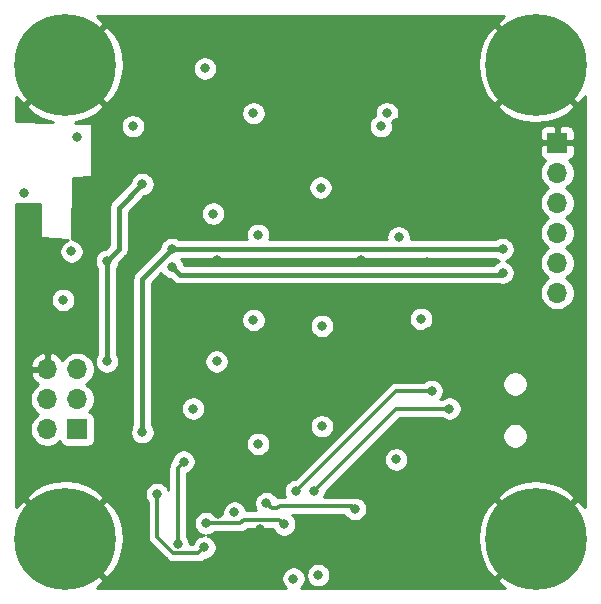
<source format=gbr>
%TF.GenerationSoftware,KiCad,Pcbnew,(5.1.6)-1*%
%TF.CreationDate,2020-07-28T23:07:53-07:00*%
%TF.ProjectId,Atmel,41746d65-6c2e-46b6-9963-61645f706362,rev?*%
%TF.SameCoordinates,Original*%
%TF.FileFunction,Copper,L4,Bot*%
%TF.FilePolarity,Positive*%
%FSLAX46Y46*%
G04 Gerber Fmt 4.6, Leading zero omitted, Abs format (unit mm)*
G04 Created by KiCad (PCBNEW (5.1.6)-1) date 2020-07-28 23:07:53*
%MOMM*%
%LPD*%
G01*
G04 APERTURE LIST*
%TA.AperFunction,ComponentPad*%
%ADD10C,8.600000*%
%TD*%
%TA.AperFunction,ComponentPad*%
%ADD11C,0.900000*%
%TD*%
%TA.AperFunction,ComponentPad*%
%ADD12R,1.700000X1.700000*%
%TD*%
%TA.AperFunction,ComponentPad*%
%ADD13O,1.700000X1.700000*%
%TD*%
%TA.AperFunction,ViaPad*%
%ADD14C,0.800000*%
%TD*%
%TA.AperFunction,Conductor*%
%ADD15C,0.300000*%
%TD*%
%TA.AperFunction,Conductor*%
%ADD16C,0.400000*%
%TD*%
%TA.AperFunction,Conductor*%
%ADD17C,0.254000*%
%TD*%
G04 APERTURE END LIST*
D10*
%TO.P,H4,1*%
%TO.N,GND*%
X69850000Y-113030000D03*
D11*
X73075000Y-113030000D03*
X72130419Y-115310419D03*
X69850000Y-116255000D03*
X67569581Y-115310419D03*
X66625000Y-113030000D03*
X67569581Y-110749581D03*
X69850000Y-109805000D03*
X72130419Y-110749581D03*
%TD*%
%TO.P,H1,1*%
%TO.N,GND*%
X32252419Y-70617581D03*
X29972000Y-69673000D03*
X27691581Y-70617581D03*
X26747000Y-72898000D03*
X27691581Y-75178419D03*
X29972000Y-76123000D03*
X32252419Y-75178419D03*
X33197000Y-72898000D03*
D10*
X29972000Y-72898000D03*
%TD*%
%TO.P,H2,1*%
%TO.N,GND*%
X69850000Y-72898000D03*
D11*
X73075000Y-72898000D03*
X72130419Y-75178419D03*
X69850000Y-76123000D03*
X67569581Y-75178419D03*
X66625000Y-72898000D03*
X67569581Y-70617581D03*
X69850000Y-69673000D03*
X72130419Y-70617581D03*
%TD*%
%TO.P,H3,1*%
%TO.N,GND*%
X32246838Y-110744000D03*
X29966419Y-109799419D03*
X27686000Y-110744000D03*
X26741419Y-113024419D03*
X27686000Y-115304838D03*
X29966419Y-116249419D03*
X32246838Y-115304838D03*
X33191419Y-113024419D03*
D10*
X29966419Y-113024419D03*
%TD*%
D12*
%TO.P,J1,1*%
%TO.N,MISO*%
X31000000Y-103750000D03*
D13*
%TO.P,J1,2*%
%TO.N,+5V*%
X28460000Y-103750000D03*
%TO.P,J1,3*%
%TO.N,SCK*%
X31000000Y-101210000D03*
%TO.P,J1,4*%
%TO.N,MOSI*%
X28460000Y-101210000D03*
%TO.P,J1,5*%
%TO.N,Reset*%
X31000000Y-98670000D03*
%TO.P,J1,6*%
%TO.N,GND*%
X28460000Y-98670000D03*
%TD*%
D12*
%TO.P,J2,1*%
%TO.N,GND*%
X71628000Y-79500000D03*
D13*
%TO.P,J2,2*%
%TO.N,Net-(J2-Pad2)*%
X71628000Y-82040000D03*
%TO.P,J2,3*%
%TO.N,+5V*%
X71628000Y-84580000D03*
%TO.P,J2,4*%
%TO.N,TXD*%
X71628000Y-87120000D03*
%TO.P,J2,5*%
%TO.N,RXD*%
X71628000Y-89660000D03*
%TO.P,J2,6*%
%TO.N,Net-(J2-Pad6)*%
X71628000Y-92200000D03*
%TD*%
D14*
%TO.N,Net-(J3-Pad2)*%
X51000000Y-109000000D03*
%TO.N,Net-(C21-Pad1)*%
X47000000Y-110000000D03*
%TO.N,TXD*%
X39000000Y-88500000D03*
%TO.N,RXD*%
X39000000Y-90000000D03*
%TO.N,Reset*%
X33500000Y-98000000D03*
X33500000Y-89500000D03*
X36500000Y-83000000D03*
%TO.N,Net-(R3-Pad2)*%
X37750000Y-109250000D03*
%TO.N,Net-(R2-Pad2)*%
X39500000Y-113500000D03*
%TO.N,GND*%
X26500000Y-83750000D03*
X31000000Y-79000000D03*
%TO.N,+5V*%
X30500000Y-88700000D03*
X29800000Y-92800000D03*
%TO.N,GND*%
X28200000Y-96300000D03*
X34800000Y-83200000D03*
%TO.N,+5V*%
X41800000Y-73200000D03*
%TO.N,GND*%
X43100000Y-71400000D03*
X40200000Y-77100000D03*
X43200000Y-79700000D03*
X48800000Y-71800000D03*
%TO.N,+5V*%
X45900000Y-77000000D03*
%TO.N,GND*%
X54600000Y-71800000D03*
X60400000Y-72200000D03*
%TO.N,+5V*%
X57200000Y-77000000D03*
X56700000Y-78100000D03*
%TO.N,GND*%
X62200000Y-81400000D03*
X54900000Y-79500000D03*
X52100000Y-77600000D03*
X48800000Y-79500000D03*
X46700000Y-78200000D03*
X40500000Y-87000000D03*
X51200000Y-87000000D03*
%TO.N,+5V*%
X46300000Y-87300000D03*
X42497750Y-85502250D03*
X51600000Y-83300000D03*
%TO.N,GND*%
X56900000Y-87000000D03*
%TO.N,+5V*%
X45900000Y-94500000D03*
%TO.N,GND*%
X45100000Y-96700000D03*
X45400000Y-99800000D03*
%TO.N,+5V*%
X42800000Y-98000000D03*
%TO.N,GND*%
X55000000Y-89400000D03*
X63000000Y-86800000D03*
X60600000Y-89600000D03*
%TO.N,+5V*%
X40800000Y-102000000D03*
%TO.N,GND*%
X44900000Y-105700000D03*
X51000000Y-105700000D03*
X56800000Y-105500000D03*
X60600000Y-104000000D03*
%TO.N,+5V*%
X51700000Y-103500000D03*
X49300000Y-116400000D03*
%TO.N,GND*%
X43600000Y-113500000D03*
%TO.N,+5V*%
X51400000Y-116100000D03*
X58200000Y-87500000D03*
%TO.N,GND*%
X58000000Y-77800000D03*
X50700000Y-96600000D03*
X51500000Y-97400000D03*
%TO.N,+5V*%
X51700000Y-95000000D03*
%TO.N,GND*%
X54600000Y-98500000D03*
%TO.N,+5V*%
X60100000Y-94400000D03*
%TO.N,GND*%
X60700000Y-95500000D03*
X60800000Y-98900000D03*
X64300000Y-95900000D03*
X66100000Y-95900000D03*
X70000000Y-95900000D03*
X71800000Y-95900000D03*
X64600000Y-108400000D03*
X66300000Y-108300000D03*
X73300000Y-107100000D03*
X68800000Y-106800000D03*
%TO.N,+5V*%
X46300000Y-105000000D03*
X35700000Y-78100000D03*
%TO.N,GND*%
X57000000Y-107600000D03*
X40800000Y-110200000D03*
X46500000Y-112200000D03*
X42800000Y-89400000D03*
%TO.N,+5V*%
X58000000Y-106300000D03*
X44300000Y-110800000D03*
%TO.N,GND*%
X42900000Y-110900000D03*
%TO.N,Net-(R4-Pad2)*%
X41900000Y-111700000D03*
%TO.N,Net-(C21-Pad1)*%
X54500000Y-110500000D03*
%TO.N,TXD*%
X36500000Y-104000000D03*
X67000000Y-88500000D03*
%TO.N,RXD*%
X67000000Y-90500000D03*
%TO.N,Net-(J3-Pad2)*%
X62500000Y-102000000D03*
%TO.N,Net-(J3-Pad3)*%
X49500000Y-109000000D03*
X61000000Y-100500000D03*
%TO.N,Net-(R2-Pad2)*%
X40000000Y-106500000D03*
%TO.N,Net-(R3-Pad2)*%
X41750000Y-113750000D03*
%TO.N,Net-(R4-Pad2)*%
X48500000Y-111800000D03*
%TD*%
D15*
%TO.N,Net-(C21-Pad1)*%
X54500000Y-110500000D02*
X54500000Y-110500000D01*
X47000000Y-110000000D02*
X47444999Y-110444999D01*
X48139999Y-110249999D02*
X54249999Y-110249999D01*
X47944999Y-110444999D02*
X48139999Y-110249999D01*
X54249999Y-110249999D02*
X54500000Y-110500000D01*
X47444999Y-110444999D02*
X47944999Y-110444999D01*
D16*
%TO.N,Reset*%
X34500000Y-88500000D02*
X33500000Y-89500000D01*
X36500000Y-83000000D02*
X34500000Y-85000000D01*
X34500000Y-85000000D02*
X34500000Y-88500000D01*
X33500000Y-89500000D02*
X33500000Y-98000000D01*
%TO.N,TXD*%
X39000000Y-88500000D02*
X36500000Y-91000000D01*
X36500000Y-91000000D02*
X36500000Y-104000000D01*
X36500000Y-104000000D02*
X36500000Y-104000000D01*
X39000000Y-88500000D02*
X48400000Y-88500000D01*
X67000000Y-88500000D02*
X67000000Y-88500000D01*
X48400000Y-88500000D02*
X63200000Y-88500000D01*
X63200000Y-88500000D02*
X67000000Y-88500000D01*
%TO.N,RXD*%
X39658001Y-90658001D02*
X66841999Y-90658001D01*
X39000000Y-90000000D02*
X39658001Y-90658001D01*
X66841999Y-90658001D02*
X67000000Y-90500000D01*
X67000000Y-90500000D02*
X67000000Y-90500000D01*
D15*
%TO.N,Net-(J3-Pad2)*%
X51000000Y-109000000D02*
X58000000Y-102000000D01*
X58000000Y-102000000D02*
X61500000Y-102000000D01*
X61500000Y-102000000D02*
X62500000Y-102000000D01*
X62500000Y-102000000D02*
X62500000Y-102000000D01*
%TO.N,Net-(J3-Pad3)*%
X49500000Y-109000000D02*
X58000000Y-100500000D01*
X58000000Y-100500000D02*
X61000000Y-100500000D01*
X61000000Y-100500000D02*
X61000000Y-100500000D01*
%TO.N,Net-(R2-Pad2)*%
X39500000Y-113500000D02*
X39500000Y-107000000D01*
X39500000Y-107000000D02*
X40000000Y-106500000D01*
X40000000Y-106500000D02*
X40000000Y-106500000D01*
%TO.N,Net-(R3-Pad2)*%
X39139999Y-114250001D02*
X41249999Y-114250001D01*
X37750000Y-109250000D02*
X37750000Y-112860002D01*
X37750000Y-112860002D02*
X39139999Y-114250001D01*
X41249999Y-114250001D02*
X41750000Y-113750000D01*
X41750000Y-113750000D02*
X41750000Y-113750000D01*
%TO.N,Net-(R4-Pad2)*%
X48100001Y-111400001D02*
X45099999Y-111400001D01*
X48500000Y-111800000D02*
X48100001Y-111400001D01*
X44800000Y-111700000D02*
X41900000Y-111700000D01*
X45099999Y-111400001D02*
X44800000Y-111700000D01*
%TD*%
D17*
%TO.N,GND*%
G36*
X67162400Y-68732001D02*
G01*
X67151560Y-68737606D01*
X67038946Y-68812851D01*
X66546787Y-69415182D01*
X69850000Y-72718395D01*
X69864143Y-72704253D01*
X70043748Y-72883858D01*
X70029605Y-72898000D01*
X73332818Y-76201213D01*
X73935149Y-75709054D01*
X74016482Y-75561765D01*
X74022237Y-110354464D01*
X74010394Y-110331560D01*
X73935149Y-110218946D01*
X73332818Y-109726787D01*
X70029605Y-113030000D01*
X70043748Y-113044143D01*
X69864143Y-113223748D01*
X69850000Y-113209605D01*
X66546787Y-116512818D01*
X67038946Y-117115149D01*
X67185361Y-117195999D01*
X49967711Y-117196000D01*
X50103937Y-117059774D01*
X50217205Y-116890256D01*
X50295226Y-116701898D01*
X50335000Y-116501939D01*
X50335000Y-116298061D01*
X50295226Y-116098102D01*
X50253788Y-115998061D01*
X50365000Y-115998061D01*
X50365000Y-116201939D01*
X50404774Y-116401898D01*
X50482795Y-116590256D01*
X50596063Y-116759774D01*
X50740226Y-116903937D01*
X50909744Y-117017205D01*
X51098102Y-117095226D01*
X51298061Y-117135000D01*
X51501939Y-117135000D01*
X51701898Y-117095226D01*
X51890256Y-117017205D01*
X52059774Y-116903937D01*
X52203937Y-116759774D01*
X52317205Y-116590256D01*
X52395226Y-116401898D01*
X52435000Y-116201939D01*
X52435000Y-115998061D01*
X52395226Y-115798102D01*
X52317205Y-115609744D01*
X52203937Y-115440226D01*
X52059774Y-115296063D01*
X51890256Y-115182795D01*
X51701898Y-115104774D01*
X51501939Y-115065000D01*
X51298061Y-115065000D01*
X51098102Y-115104774D01*
X50909744Y-115182795D01*
X50740226Y-115296063D01*
X50596063Y-115440226D01*
X50482795Y-115609744D01*
X50404774Y-115798102D01*
X50365000Y-115998061D01*
X50253788Y-115998061D01*
X50217205Y-115909744D01*
X50103937Y-115740226D01*
X49959774Y-115596063D01*
X49790256Y-115482795D01*
X49601898Y-115404774D01*
X49401939Y-115365000D01*
X49198061Y-115365000D01*
X48998102Y-115404774D01*
X48809744Y-115482795D01*
X48640226Y-115596063D01*
X48496063Y-115740226D01*
X48382795Y-115909744D01*
X48304774Y-116098102D01*
X48265000Y-116298061D01*
X48265000Y-116501939D01*
X48304774Y-116701898D01*
X48382795Y-116890256D01*
X48496063Y-117059774D01*
X48632289Y-117196000D01*
X32643222Y-117196001D01*
X32664859Y-117184813D01*
X32777473Y-117109568D01*
X33269632Y-116507237D01*
X29966419Y-113204024D01*
X29952277Y-113218167D01*
X29772672Y-113038562D01*
X29786814Y-113024419D01*
X30146024Y-113024419D01*
X33449237Y-116327632D01*
X34051568Y-115835473D01*
X34521482Y-114984486D01*
X34816348Y-114058176D01*
X34924833Y-113092138D01*
X34842770Y-112123498D01*
X34573312Y-111189481D01*
X34126813Y-110325979D01*
X34051568Y-110213365D01*
X33449237Y-109721206D01*
X30146024Y-113024419D01*
X29786814Y-113024419D01*
X26483601Y-109721206D01*
X25881270Y-110213365D01*
X25806000Y-110349675D01*
X25806000Y-109541601D01*
X26663206Y-109541601D01*
X29966419Y-112844814D01*
X33269632Y-109541601D01*
X32948075Y-109148061D01*
X36715000Y-109148061D01*
X36715000Y-109351939D01*
X36754774Y-109551898D01*
X36832795Y-109740256D01*
X36946063Y-109909774D01*
X36965000Y-109928711D01*
X36965001Y-112821439D01*
X36961203Y-112860002D01*
X36976359Y-113013888D01*
X37021246Y-113161861D01*
X37037482Y-113192236D01*
X37094139Y-113298235D01*
X37115964Y-113324828D01*
X37167655Y-113387814D01*
X37167659Y-113387818D01*
X37192237Y-113417766D01*
X37222185Y-113442344D01*
X38557657Y-114777817D01*
X38582235Y-114807765D01*
X38612183Y-114832343D01*
X38612186Y-114832346D01*
X38615195Y-114834815D01*
X38701766Y-114905863D01*
X38838139Y-114978755D01*
X38951671Y-115013195D01*
X38986111Y-115023642D01*
X39000489Y-115025058D01*
X39101438Y-115035001D01*
X39101445Y-115035001D01*
X39139998Y-115038798D01*
X39178551Y-115035001D01*
X41211446Y-115035001D01*
X41249999Y-115038798D01*
X41288552Y-115035001D01*
X41288560Y-115035001D01*
X41403886Y-115023642D01*
X41551859Y-114978755D01*
X41688232Y-114905863D01*
X41807763Y-114807765D01*
X41826446Y-114785000D01*
X41851939Y-114785000D01*
X42051898Y-114745226D01*
X42240256Y-114667205D01*
X42409774Y-114553937D01*
X42553937Y-114409774D01*
X42667205Y-114240256D01*
X42745226Y-114051898D01*
X42785000Y-113851939D01*
X42785000Y-113648061D01*
X42745226Y-113448102D01*
X42667205Y-113259744D01*
X42553937Y-113090226D01*
X42425992Y-112962281D01*
X64891586Y-112962281D01*
X64973649Y-113930921D01*
X65243107Y-114864938D01*
X65689606Y-115728440D01*
X65764851Y-115841054D01*
X66367182Y-116333213D01*
X69670395Y-113030000D01*
X66367182Y-109726787D01*
X65764851Y-110218946D01*
X65294937Y-111069933D01*
X65000071Y-111996243D01*
X64891586Y-112962281D01*
X42425992Y-112962281D01*
X42409774Y-112946063D01*
X42240256Y-112832795D01*
X42051898Y-112754774D01*
X41952487Y-112735000D01*
X42001939Y-112735000D01*
X42201898Y-112695226D01*
X42390256Y-112617205D01*
X42559774Y-112503937D01*
X42578711Y-112485000D01*
X44761447Y-112485000D01*
X44800000Y-112488797D01*
X44838553Y-112485000D01*
X44838561Y-112485000D01*
X44953887Y-112473641D01*
X45101860Y-112428754D01*
X45238233Y-112355862D01*
X45357764Y-112257764D01*
X45382348Y-112227809D01*
X45425156Y-112185001D01*
X47539197Y-112185001D01*
X47582795Y-112290256D01*
X47696063Y-112459774D01*
X47840226Y-112603937D01*
X48009744Y-112717205D01*
X48198102Y-112795226D01*
X48398061Y-112835000D01*
X48601939Y-112835000D01*
X48801898Y-112795226D01*
X48990256Y-112717205D01*
X49159774Y-112603937D01*
X49303937Y-112459774D01*
X49417205Y-112290256D01*
X49495226Y-112101898D01*
X49535000Y-111901939D01*
X49535000Y-111698061D01*
X49495226Y-111498102D01*
X49417205Y-111309744D01*
X49303937Y-111140226D01*
X49198710Y-111034999D01*
X53612691Y-111034999D01*
X53696063Y-111159774D01*
X53840226Y-111303937D01*
X54009744Y-111417205D01*
X54198102Y-111495226D01*
X54398061Y-111535000D01*
X54601939Y-111535000D01*
X54801898Y-111495226D01*
X54990256Y-111417205D01*
X55159774Y-111303937D01*
X55303937Y-111159774D01*
X55417205Y-110990256D01*
X55495226Y-110801898D01*
X55535000Y-110601939D01*
X55535000Y-110398061D01*
X55495226Y-110198102D01*
X55417205Y-110009744D01*
X55303937Y-109840226D01*
X55159774Y-109696063D01*
X54990256Y-109582795D01*
X54904280Y-109547182D01*
X66546787Y-109547182D01*
X69850000Y-112850395D01*
X73153213Y-109547182D01*
X72661054Y-108944851D01*
X71810067Y-108474937D01*
X70883757Y-108180071D01*
X69917719Y-108071586D01*
X68949079Y-108153649D01*
X68015062Y-108423107D01*
X67151560Y-108869606D01*
X67038946Y-108944851D01*
X66546787Y-109547182D01*
X54904280Y-109547182D01*
X54801898Y-109504774D01*
X54601939Y-109465000D01*
X54398061Y-109465000D01*
X54361800Y-109472213D01*
X54288560Y-109464999D01*
X54288552Y-109464999D01*
X54249999Y-109461202D01*
X54211446Y-109464999D01*
X51927667Y-109464999D01*
X51995226Y-109301898D01*
X52035000Y-109101939D01*
X52035000Y-109075157D01*
X54912096Y-106198061D01*
X56965000Y-106198061D01*
X56965000Y-106401939D01*
X57004774Y-106601898D01*
X57082795Y-106790256D01*
X57196063Y-106959774D01*
X57340226Y-107103937D01*
X57509744Y-107217205D01*
X57698102Y-107295226D01*
X57898061Y-107335000D01*
X58101939Y-107335000D01*
X58301898Y-107295226D01*
X58490256Y-107217205D01*
X58659774Y-107103937D01*
X58803937Y-106959774D01*
X58917205Y-106790256D01*
X58995226Y-106601898D01*
X59035000Y-106401939D01*
X59035000Y-106198061D01*
X58995226Y-105998102D01*
X58917205Y-105809744D01*
X58803937Y-105640226D01*
X58659774Y-105496063D01*
X58490256Y-105382795D01*
X58301898Y-105304774D01*
X58101939Y-105265000D01*
X57898061Y-105265000D01*
X57698102Y-105304774D01*
X57509744Y-105382795D01*
X57340226Y-105496063D01*
X57196063Y-105640226D01*
X57082795Y-105809744D01*
X57004774Y-105998102D01*
X56965000Y-106198061D01*
X54912096Y-106198061D01*
X56909020Y-104201137D01*
X66987000Y-104201137D01*
X66987000Y-104414863D01*
X67028696Y-104624483D01*
X67110485Y-104821940D01*
X67229225Y-104999647D01*
X67380353Y-105150775D01*
X67558060Y-105269515D01*
X67755517Y-105351304D01*
X67965137Y-105393000D01*
X68178863Y-105393000D01*
X68388483Y-105351304D01*
X68585940Y-105269515D01*
X68763647Y-105150775D01*
X68914775Y-104999647D01*
X69033515Y-104821940D01*
X69115304Y-104624483D01*
X69157000Y-104414863D01*
X69157000Y-104201137D01*
X69115304Y-103991517D01*
X69033515Y-103794060D01*
X68914775Y-103616353D01*
X68763647Y-103465225D01*
X68585940Y-103346485D01*
X68388483Y-103264696D01*
X68178863Y-103223000D01*
X67965137Y-103223000D01*
X67755517Y-103264696D01*
X67558060Y-103346485D01*
X67380353Y-103465225D01*
X67229225Y-103616353D01*
X67110485Y-103794060D01*
X67028696Y-103991517D01*
X66987000Y-104201137D01*
X56909020Y-104201137D01*
X58325158Y-102785000D01*
X61821289Y-102785000D01*
X61840226Y-102803937D01*
X62009744Y-102917205D01*
X62198102Y-102995226D01*
X62398061Y-103035000D01*
X62601939Y-103035000D01*
X62801898Y-102995226D01*
X62990256Y-102917205D01*
X63159774Y-102803937D01*
X63303937Y-102659774D01*
X63417205Y-102490256D01*
X63495226Y-102301898D01*
X63535000Y-102101939D01*
X63535000Y-101898061D01*
X63495226Y-101698102D01*
X63417205Y-101509744D01*
X63303937Y-101340226D01*
X63159774Y-101196063D01*
X62990256Y-101082795D01*
X62801898Y-101004774D01*
X62601939Y-100965000D01*
X62398061Y-100965000D01*
X62198102Y-101004774D01*
X62009744Y-101082795D01*
X61840226Y-101196063D01*
X61821289Y-101215000D01*
X61748711Y-101215000D01*
X61803937Y-101159774D01*
X61917205Y-100990256D01*
X61995226Y-100801898D01*
X62035000Y-100601939D01*
X62035000Y-100398061D01*
X61995226Y-100198102D01*
X61917205Y-100009744D01*
X61803937Y-99840226D01*
X61764848Y-99801137D01*
X66987000Y-99801137D01*
X66987000Y-100014863D01*
X67028696Y-100224483D01*
X67110485Y-100421940D01*
X67229225Y-100599647D01*
X67380353Y-100750775D01*
X67558060Y-100869515D01*
X67755517Y-100951304D01*
X67965137Y-100993000D01*
X68178863Y-100993000D01*
X68388483Y-100951304D01*
X68585940Y-100869515D01*
X68763647Y-100750775D01*
X68914775Y-100599647D01*
X69033515Y-100421940D01*
X69115304Y-100224483D01*
X69157000Y-100014863D01*
X69157000Y-99801137D01*
X69115304Y-99591517D01*
X69033515Y-99394060D01*
X68914775Y-99216353D01*
X68763647Y-99065225D01*
X68585940Y-98946485D01*
X68388483Y-98864696D01*
X68178863Y-98823000D01*
X67965137Y-98823000D01*
X67755517Y-98864696D01*
X67558060Y-98946485D01*
X67380353Y-99065225D01*
X67229225Y-99216353D01*
X67110485Y-99394060D01*
X67028696Y-99591517D01*
X66987000Y-99801137D01*
X61764848Y-99801137D01*
X61659774Y-99696063D01*
X61490256Y-99582795D01*
X61301898Y-99504774D01*
X61101939Y-99465000D01*
X60898061Y-99465000D01*
X60698102Y-99504774D01*
X60509744Y-99582795D01*
X60340226Y-99696063D01*
X60321289Y-99715000D01*
X58038552Y-99715000D01*
X57999999Y-99711203D01*
X57961446Y-99715000D01*
X57961439Y-99715000D01*
X57860490Y-99724943D01*
X57846112Y-99726359D01*
X57811672Y-99736806D01*
X57698140Y-99771246D01*
X57561767Y-99844138D01*
X57501559Y-99893550D01*
X57472187Y-99917655D01*
X57472184Y-99917658D01*
X57442236Y-99942236D01*
X57417658Y-99972184D01*
X49424843Y-107965000D01*
X49398061Y-107965000D01*
X49198102Y-108004774D01*
X49009744Y-108082795D01*
X48840226Y-108196063D01*
X48696063Y-108340226D01*
X48582795Y-108509744D01*
X48504774Y-108698102D01*
X48465000Y-108898061D01*
X48465000Y-109101939D01*
X48504774Y-109301898D01*
X48572333Y-109464999D01*
X48178555Y-109464999D01*
X48139999Y-109461202D01*
X48101443Y-109464999D01*
X48101438Y-109464999D01*
X48061025Y-109468979D01*
X47986112Y-109476357D01*
X47910269Y-109499364D01*
X47803937Y-109340226D01*
X47659774Y-109196063D01*
X47490256Y-109082795D01*
X47301898Y-109004774D01*
X47101939Y-108965000D01*
X46898061Y-108965000D01*
X46698102Y-109004774D01*
X46509744Y-109082795D01*
X46340226Y-109196063D01*
X46196063Y-109340226D01*
X46082795Y-109509744D01*
X46004774Y-109698102D01*
X45965000Y-109898061D01*
X45965000Y-110101939D01*
X46004774Y-110301898D01*
X46082795Y-110490256D01*
X46166147Y-110615001D01*
X45318478Y-110615001D01*
X45295226Y-110498102D01*
X45217205Y-110309744D01*
X45103937Y-110140226D01*
X44959774Y-109996063D01*
X44790256Y-109882795D01*
X44601898Y-109804774D01*
X44401939Y-109765000D01*
X44198061Y-109765000D01*
X43998102Y-109804774D01*
X43809744Y-109882795D01*
X43640226Y-109996063D01*
X43496063Y-110140226D01*
X43382795Y-110309744D01*
X43304774Y-110498102D01*
X43265000Y-110698061D01*
X43265000Y-110901939D01*
X43267598Y-110915000D01*
X42578711Y-110915000D01*
X42559774Y-110896063D01*
X42390256Y-110782795D01*
X42201898Y-110704774D01*
X42001939Y-110665000D01*
X41798061Y-110665000D01*
X41598102Y-110704774D01*
X41409744Y-110782795D01*
X41240226Y-110896063D01*
X41096063Y-111040226D01*
X40982795Y-111209744D01*
X40904774Y-111398102D01*
X40865000Y-111598061D01*
X40865000Y-111801939D01*
X40904774Y-112001898D01*
X40982795Y-112190256D01*
X41096063Y-112359774D01*
X41240226Y-112503937D01*
X41409744Y-112617205D01*
X41598102Y-112695226D01*
X41697513Y-112715000D01*
X41648061Y-112715000D01*
X41448102Y-112754774D01*
X41259744Y-112832795D01*
X41090226Y-112946063D01*
X40946063Y-113090226D01*
X40832795Y-113259744D01*
X40754774Y-113448102D01*
X40751413Y-113465001D01*
X40535000Y-113465001D01*
X40535000Y-113398061D01*
X40495226Y-113198102D01*
X40417205Y-113009744D01*
X40303937Y-112840226D01*
X40285000Y-112821289D01*
X40285000Y-107498587D01*
X40301898Y-107495226D01*
X40490256Y-107417205D01*
X40659774Y-107303937D01*
X40803937Y-107159774D01*
X40917205Y-106990256D01*
X40995226Y-106801898D01*
X41035000Y-106601939D01*
X41035000Y-106398061D01*
X40995226Y-106198102D01*
X40917205Y-106009744D01*
X40803937Y-105840226D01*
X40659774Y-105696063D01*
X40490256Y-105582795D01*
X40301898Y-105504774D01*
X40101939Y-105465000D01*
X39898061Y-105465000D01*
X39698102Y-105504774D01*
X39509744Y-105582795D01*
X39340226Y-105696063D01*
X39196063Y-105840226D01*
X39082795Y-106009744D01*
X39004774Y-106198102D01*
X38965000Y-106398061D01*
X38965000Y-106423555D01*
X38942237Y-106442236D01*
X38917659Y-106472184D01*
X38917655Y-106472188D01*
X38884690Y-106512356D01*
X38844139Y-106561767D01*
X38822689Y-106601898D01*
X38771246Y-106698141D01*
X38726359Y-106846114D01*
X38711203Y-107000000D01*
X38715001Y-107038563D01*
X38715001Y-108875132D01*
X38667205Y-108759744D01*
X38553937Y-108590226D01*
X38409774Y-108446063D01*
X38240256Y-108332795D01*
X38051898Y-108254774D01*
X37851939Y-108215000D01*
X37648061Y-108215000D01*
X37448102Y-108254774D01*
X37259744Y-108332795D01*
X37090226Y-108446063D01*
X36946063Y-108590226D01*
X36832795Y-108759744D01*
X36754774Y-108948102D01*
X36715000Y-109148061D01*
X32948075Y-109148061D01*
X32777473Y-108939270D01*
X31926486Y-108469356D01*
X31000176Y-108174490D01*
X30034138Y-108066005D01*
X29065498Y-108148068D01*
X28131481Y-108417526D01*
X27267979Y-108864025D01*
X27155365Y-108939270D01*
X26663206Y-109541601D01*
X25806000Y-109541601D01*
X25806000Y-101063740D01*
X26975000Y-101063740D01*
X26975000Y-101356260D01*
X27032068Y-101643158D01*
X27144010Y-101913411D01*
X27306525Y-102156632D01*
X27513368Y-102363475D01*
X27687760Y-102480000D01*
X27513368Y-102596525D01*
X27306525Y-102803368D01*
X27144010Y-103046589D01*
X27032068Y-103316842D01*
X26975000Y-103603740D01*
X26975000Y-103896260D01*
X27032068Y-104183158D01*
X27144010Y-104453411D01*
X27306525Y-104696632D01*
X27513368Y-104903475D01*
X27756589Y-105065990D01*
X28026842Y-105177932D01*
X28313740Y-105235000D01*
X28606260Y-105235000D01*
X28893158Y-105177932D01*
X29163411Y-105065990D01*
X29406632Y-104903475D01*
X29538487Y-104771620D01*
X29560498Y-104844180D01*
X29619463Y-104954494D01*
X29698815Y-105051185D01*
X29795506Y-105130537D01*
X29905820Y-105189502D01*
X30025518Y-105225812D01*
X30150000Y-105238072D01*
X31850000Y-105238072D01*
X31974482Y-105225812D01*
X32094180Y-105189502D01*
X32204494Y-105130537D01*
X32301185Y-105051185D01*
X32380537Y-104954494D01*
X32439502Y-104844180D01*
X32475812Y-104724482D01*
X32488072Y-104600000D01*
X32488072Y-103898061D01*
X35465000Y-103898061D01*
X35465000Y-104101939D01*
X35504774Y-104301898D01*
X35582795Y-104490256D01*
X35696063Y-104659774D01*
X35840226Y-104803937D01*
X36009744Y-104917205D01*
X36198102Y-104995226D01*
X36398061Y-105035000D01*
X36601939Y-105035000D01*
X36801898Y-104995226D01*
X36990256Y-104917205D01*
X37018907Y-104898061D01*
X45265000Y-104898061D01*
X45265000Y-105101939D01*
X45304774Y-105301898D01*
X45382795Y-105490256D01*
X45496063Y-105659774D01*
X45640226Y-105803937D01*
X45809744Y-105917205D01*
X45998102Y-105995226D01*
X46198061Y-106035000D01*
X46401939Y-106035000D01*
X46601898Y-105995226D01*
X46790256Y-105917205D01*
X46959774Y-105803937D01*
X47103937Y-105659774D01*
X47217205Y-105490256D01*
X47295226Y-105301898D01*
X47335000Y-105101939D01*
X47335000Y-104898061D01*
X47295226Y-104698102D01*
X47217205Y-104509744D01*
X47103937Y-104340226D01*
X46959774Y-104196063D01*
X46790256Y-104082795D01*
X46601898Y-104004774D01*
X46401939Y-103965000D01*
X46198061Y-103965000D01*
X45998102Y-104004774D01*
X45809744Y-104082795D01*
X45640226Y-104196063D01*
X45496063Y-104340226D01*
X45382795Y-104509744D01*
X45304774Y-104698102D01*
X45265000Y-104898061D01*
X37018907Y-104898061D01*
X37159774Y-104803937D01*
X37303937Y-104659774D01*
X37417205Y-104490256D01*
X37495226Y-104301898D01*
X37535000Y-104101939D01*
X37535000Y-103898061D01*
X37495226Y-103698102D01*
X37417205Y-103509744D01*
X37342582Y-103398061D01*
X50665000Y-103398061D01*
X50665000Y-103601939D01*
X50704774Y-103801898D01*
X50782795Y-103990256D01*
X50896063Y-104159774D01*
X51040226Y-104303937D01*
X51209744Y-104417205D01*
X51398102Y-104495226D01*
X51598061Y-104535000D01*
X51801939Y-104535000D01*
X52001898Y-104495226D01*
X52190256Y-104417205D01*
X52359774Y-104303937D01*
X52503937Y-104159774D01*
X52617205Y-103990256D01*
X52695226Y-103801898D01*
X52735000Y-103601939D01*
X52735000Y-103398061D01*
X52695226Y-103198102D01*
X52617205Y-103009744D01*
X52503937Y-102840226D01*
X52359774Y-102696063D01*
X52190256Y-102582795D01*
X52001898Y-102504774D01*
X51801939Y-102465000D01*
X51598061Y-102465000D01*
X51398102Y-102504774D01*
X51209744Y-102582795D01*
X51040226Y-102696063D01*
X50896063Y-102840226D01*
X50782795Y-103009744D01*
X50704774Y-103198102D01*
X50665000Y-103398061D01*
X37342582Y-103398061D01*
X37335000Y-103386715D01*
X37335000Y-101898061D01*
X39765000Y-101898061D01*
X39765000Y-102101939D01*
X39804774Y-102301898D01*
X39882795Y-102490256D01*
X39996063Y-102659774D01*
X40140226Y-102803937D01*
X40309744Y-102917205D01*
X40498102Y-102995226D01*
X40698061Y-103035000D01*
X40901939Y-103035000D01*
X41101898Y-102995226D01*
X41290256Y-102917205D01*
X41459774Y-102803937D01*
X41603937Y-102659774D01*
X41717205Y-102490256D01*
X41795226Y-102301898D01*
X41835000Y-102101939D01*
X41835000Y-101898061D01*
X41795226Y-101698102D01*
X41717205Y-101509744D01*
X41603937Y-101340226D01*
X41459774Y-101196063D01*
X41290256Y-101082795D01*
X41101898Y-101004774D01*
X40901939Y-100965000D01*
X40698061Y-100965000D01*
X40498102Y-101004774D01*
X40309744Y-101082795D01*
X40140226Y-101196063D01*
X39996063Y-101340226D01*
X39882795Y-101509744D01*
X39804774Y-101698102D01*
X39765000Y-101898061D01*
X37335000Y-101898061D01*
X37335000Y-97898061D01*
X41765000Y-97898061D01*
X41765000Y-98101939D01*
X41804774Y-98301898D01*
X41882795Y-98490256D01*
X41996063Y-98659774D01*
X42140226Y-98803937D01*
X42309744Y-98917205D01*
X42498102Y-98995226D01*
X42698061Y-99035000D01*
X42901939Y-99035000D01*
X43101898Y-98995226D01*
X43290256Y-98917205D01*
X43459774Y-98803937D01*
X43603937Y-98659774D01*
X43717205Y-98490256D01*
X43795226Y-98301898D01*
X43835000Y-98101939D01*
X43835000Y-97898061D01*
X43795226Y-97698102D01*
X43717205Y-97509744D01*
X43603937Y-97340226D01*
X43459774Y-97196063D01*
X43290256Y-97082795D01*
X43101898Y-97004774D01*
X42901939Y-96965000D01*
X42698061Y-96965000D01*
X42498102Y-97004774D01*
X42309744Y-97082795D01*
X42140226Y-97196063D01*
X41996063Y-97340226D01*
X41882795Y-97509744D01*
X41804774Y-97698102D01*
X41765000Y-97898061D01*
X37335000Y-97898061D01*
X37335000Y-94398061D01*
X44865000Y-94398061D01*
X44865000Y-94601939D01*
X44904774Y-94801898D01*
X44982795Y-94990256D01*
X45096063Y-95159774D01*
X45240226Y-95303937D01*
X45409744Y-95417205D01*
X45598102Y-95495226D01*
X45798061Y-95535000D01*
X46001939Y-95535000D01*
X46201898Y-95495226D01*
X46390256Y-95417205D01*
X46559774Y-95303937D01*
X46703937Y-95159774D01*
X46817205Y-94990256D01*
X46855393Y-94898061D01*
X50665000Y-94898061D01*
X50665000Y-95101939D01*
X50704774Y-95301898D01*
X50782795Y-95490256D01*
X50896063Y-95659774D01*
X51040226Y-95803937D01*
X51209744Y-95917205D01*
X51398102Y-95995226D01*
X51598061Y-96035000D01*
X51801939Y-96035000D01*
X52001898Y-95995226D01*
X52190256Y-95917205D01*
X52359774Y-95803937D01*
X52503937Y-95659774D01*
X52617205Y-95490256D01*
X52695226Y-95301898D01*
X52735000Y-95101939D01*
X52735000Y-94898061D01*
X52695226Y-94698102D01*
X52617205Y-94509744D01*
X52503937Y-94340226D01*
X52461772Y-94298061D01*
X59065000Y-94298061D01*
X59065000Y-94501939D01*
X59104774Y-94701898D01*
X59182795Y-94890256D01*
X59296063Y-95059774D01*
X59440226Y-95203937D01*
X59609744Y-95317205D01*
X59798102Y-95395226D01*
X59998061Y-95435000D01*
X60201939Y-95435000D01*
X60401898Y-95395226D01*
X60590256Y-95317205D01*
X60759774Y-95203937D01*
X60903937Y-95059774D01*
X61017205Y-94890256D01*
X61095226Y-94701898D01*
X61135000Y-94501939D01*
X61135000Y-94298061D01*
X61095226Y-94098102D01*
X61017205Y-93909744D01*
X60903937Y-93740226D01*
X60759774Y-93596063D01*
X60590256Y-93482795D01*
X60401898Y-93404774D01*
X60201939Y-93365000D01*
X59998061Y-93365000D01*
X59798102Y-93404774D01*
X59609744Y-93482795D01*
X59440226Y-93596063D01*
X59296063Y-93740226D01*
X59182795Y-93909744D01*
X59104774Y-94098102D01*
X59065000Y-94298061D01*
X52461772Y-94298061D01*
X52359774Y-94196063D01*
X52190256Y-94082795D01*
X52001898Y-94004774D01*
X51801939Y-93965000D01*
X51598061Y-93965000D01*
X51398102Y-94004774D01*
X51209744Y-94082795D01*
X51040226Y-94196063D01*
X50896063Y-94340226D01*
X50782795Y-94509744D01*
X50704774Y-94698102D01*
X50665000Y-94898061D01*
X46855393Y-94898061D01*
X46895226Y-94801898D01*
X46935000Y-94601939D01*
X46935000Y-94398061D01*
X46895226Y-94198102D01*
X46817205Y-94009744D01*
X46703937Y-93840226D01*
X46559774Y-93696063D01*
X46390256Y-93582795D01*
X46201898Y-93504774D01*
X46001939Y-93465000D01*
X45798061Y-93465000D01*
X45598102Y-93504774D01*
X45409744Y-93582795D01*
X45240226Y-93696063D01*
X45096063Y-93840226D01*
X44982795Y-94009744D01*
X44904774Y-94198102D01*
X44865000Y-94398061D01*
X37335000Y-94398061D01*
X37335000Y-91345867D01*
X38125980Y-90554888D01*
X38196063Y-90659774D01*
X38340226Y-90803937D01*
X38509744Y-90917205D01*
X38698102Y-90995226D01*
X38843224Y-91024092D01*
X39038564Y-91219432D01*
X39064710Y-91251292D01*
X39096569Y-91277438D01*
X39096571Y-91277440D01*
X39191855Y-91355637D01*
X39336914Y-91433173D01*
X39494312Y-91480919D01*
X39658001Y-91497041D01*
X39699019Y-91493001D01*
X66692730Y-91493001D01*
X66698102Y-91495226D01*
X66898061Y-91535000D01*
X67101939Y-91535000D01*
X67301898Y-91495226D01*
X67490256Y-91417205D01*
X67659774Y-91303937D01*
X67803937Y-91159774D01*
X67917205Y-90990256D01*
X67995226Y-90801898D01*
X68035000Y-90601939D01*
X68035000Y-90398061D01*
X67995226Y-90198102D01*
X67917205Y-90009744D01*
X67803937Y-89840226D01*
X67659774Y-89696063D01*
X67490256Y-89582795D01*
X67301898Y-89504774D01*
X67277897Y-89500000D01*
X67301898Y-89495226D01*
X67490256Y-89417205D01*
X67659774Y-89303937D01*
X67803937Y-89159774D01*
X67917205Y-88990256D01*
X67995226Y-88801898D01*
X68035000Y-88601939D01*
X68035000Y-88398061D01*
X67995226Y-88198102D01*
X67917205Y-88009744D01*
X67803937Y-87840226D01*
X67659774Y-87696063D01*
X67490256Y-87582795D01*
X67301898Y-87504774D01*
X67101939Y-87465000D01*
X66898061Y-87465000D01*
X66698102Y-87504774D01*
X66509744Y-87582795D01*
X66386715Y-87665000D01*
X59222456Y-87665000D01*
X59235000Y-87601939D01*
X59235000Y-87398061D01*
X59195226Y-87198102D01*
X59117205Y-87009744D01*
X59003937Y-86840226D01*
X58859774Y-86696063D01*
X58690256Y-86582795D01*
X58501898Y-86504774D01*
X58301939Y-86465000D01*
X58098061Y-86465000D01*
X57898102Y-86504774D01*
X57709744Y-86582795D01*
X57540226Y-86696063D01*
X57396063Y-86840226D01*
X57282795Y-87009744D01*
X57204774Y-87198102D01*
X57165000Y-87398061D01*
X57165000Y-87601939D01*
X57177544Y-87665000D01*
X47269088Y-87665000D01*
X47295226Y-87601898D01*
X47335000Y-87401939D01*
X47335000Y-87198061D01*
X47295226Y-86998102D01*
X47217205Y-86809744D01*
X47103937Y-86640226D01*
X46959774Y-86496063D01*
X46790256Y-86382795D01*
X46601898Y-86304774D01*
X46401939Y-86265000D01*
X46198061Y-86265000D01*
X45998102Y-86304774D01*
X45809744Y-86382795D01*
X45640226Y-86496063D01*
X45496063Y-86640226D01*
X45382795Y-86809744D01*
X45304774Y-86998102D01*
X45265000Y-87198061D01*
X45265000Y-87401939D01*
X45304774Y-87601898D01*
X45330912Y-87665000D01*
X39613285Y-87665000D01*
X39490256Y-87582795D01*
X39301898Y-87504774D01*
X39101939Y-87465000D01*
X38898061Y-87465000D01*
X38698102Y-87504774D01*
X38509744Y-87582795D01*
X38340226Y-87696063D01*
X38196063Y-87840226D01*
X38082795Y-88009744D01*
X38004774Y-88198102D01*
X37975908Y-88343224D01*
X35938579Y-90380554D01*
X35906709Y-90406709D01*
X35834816Y-90494312D01*
X35802364Y-90533855D01*
X35724828Y-90678914D01*
X35677082Y-90836312D01*
X35660960Y-91000000D01*
X35665000Y-91041019D01*
X35665001Y-103386714D01*
X35582795Y-103509744D01*
X35504774Y-103698102D01*
X35465000Y-103898061D01*
X32488072Y-103898061D01*
X32488072Y-102900000D01*
X32475812Y-102775518D01*
X32439502Y-102655820D01*
X32380537Y-102545506D01*
X32301185Y-102448815D01*
X32204494Y-102369463D01*
X32094180Y-102310498D01*
X32021620Y-102288487D01*
X32153475Y-102156632D01*
X32315990Y-101913411D01*
X32427932Y-101643158D01*
X32485000Y-101356260D01*
X32485000Y-101063740D01*
X32427932Y-100776842D01*
X32315990Y-100506589D01*
X32153475Y-100263368D01*
X31946632Y-100056525D01*
X31772240Y-99940000D01*
X31946632Y-99823475D01*
X32153475Y-99616632D01*
X32315990Y-99373411D01*
X32427932Y-99103158D01*
X32485000Y-98816260D01*
X32485000Y-98523740D01*
X32427932Y-98236842D01*
X32315990Y-97966589D01*
X32153475Y-97723368D01*
X31946632Y-97516525D01*
X31703411Y-97354010D01*
X31433158Y-97242068D01*
X31146260Y-97185000D01*
X30853740Y-97185000D01*
X30566842Y-97242068D01*
X30296589Y-97354010D01*
X30053368Y-97516525D01*
X29846525Y-97723368D01*
X29728900Y-97899406D01*
X29557588Y-97669731D01*
X29341355Y-97474822D01*
X29091252Y-97325843D01*
X28816891Y-97228519D01*
X28587000Y-97349186D01*
X28587000Y-98543000D01*
X28607000Y-98543000D01*
X28607000Y-98797000D01*
X28587000Y-98797000D01*
X28587000Y-98817000D01*
X28333000Y-98817000D01*
X28333000Y-98797000D01*
X27139845Y-98797000D01*
X27018524Y-99026890D01*
X27063175Y-99174099D01*
X27188359Y-99436920D01*
X27362412Y-99670269D01*
X27578645Y-99865178D01*
X27695534Y-99934805D01*
X27513368Y-100056525D01*
X27306525Y-100263368D01*
X27144010Y-100506589D01*
X27032068Y-100776842D01*
X26975000Y-101063740D01*
X25806000Y-101063740D01*
X25806000Y-98313110D01*
X27018524Y-98313110D01*
X27139845Y-98543000D01*
X28333000Y-98543000D01*
X28333000Y-97349186D01*
X28103109Y-97228519D01*
X27828748Y-97325843D01*
X27578645Y-97474822D01*
X27362412Y-97669731D01*
X27188359Y-97903080D01*
X27063175Y-98165901D01*
X27018524Y-98313110D01*
X25806000Y-98313110D01*
X25806000Y-92698061D01*
X28765000Y-92698061D01*
X28765000Y-92901939D01*
X28804774Y-93101898D01*
X28882795Y-93290256D01*
X28996063Y-93459774D01*
X29140226Y-93603937D01*
X29309744Y-93717205D01*
X29498102Y-93795226D01*
X29698061Y-93835000D01*
X29901939Y-93835000D01*
X30101898Y-93795226D01*
X30290256Y-93717205D01*
X30459774Y-93603937D01*
X30603937Y-93459774D01*
X30717205Y-93290256D01*
X30795226Y-93101898D01*
X30835000Y-92901939D01*
X30835000Y-92698061D01*
X30795226Y-92498102D01*
X30717205Y-92309744D01*
X30603937Y-92140226D01*
X30459774Y-91996063D01*
X30290256Y-91882795D01*
X30101898Y-91804774D01*
X29901939Y-91765000D01*
X29698061Y-91765000D01*
X29498102Y-91804774D01*
X29309744Y-91882795D01*
X29140226Y-91996063D01*
X28996063Y-92140226D01*
X28882795Y-92309744D01*
X28804774Y-92498102D01*
X28765000Y-92698061D01*
X25806000Y-92698061D01*
X25806000Y-84706797D01*
X27840524Y-84692984D01*
X27859753Y-87416272D01*
X27862368Y-87441030D01*
X27869763Y-87464803D01*
X27881654Y-87486676D01*
X27897584Y-87505809D01*
X27916940Y-87521467D01*
X27938979Y-87533048D01*
X27962854Y-87540107D01*
X27977913Y-87542067D01*
X30227311Y-87698964D01*
X30198102Y-87704774D01*
X30009744Y-87782795D01*
X29840226Y-87896063D01*
X29696063Y-88040226D01*
X29582795Y-88209744D01*
X29504774Y-88398102D01*
X29465000Y-88598061D01*
X29465000Y-88801939D01*
X29504774Y-89001898D01*
X29582795Y-89190256D01*
X29696063Y-89359774D01*
X29840226Y-89503937D01*
X30009744Y-89617205D01*
X30198102Y-89695226D01*
X30398061Y-89735000D01*
X30601939Y-89735000D01*
X30801898Y-89695226D01*
X30990256Y-89617205D01*
X31159774Y-89503937D01*
X31265650Y-89398061D01*
X32465000Y-89398061D01*
X32465000Y-89601939D01*
X32504774Y-89801898D01*
X32582795Y-89990256D01*
X32665000Y-90113285D01*
X32665001Y-97386714D01*
X32582795Y-97509744D01*
X32504774Y-97698102D01*
X32465000Y-97898061D01*
X32465000Y-98101939D01*
X32504774Y-98301898D01*
X32582795Y-98490256D01*
X32696063Y-98659774D01*
X32840226Y-98803937D01*
X33009744Y-98917205D01*
X33198102Y-98995226D01*
X33398061Y-99035000D01*
X33601939Y-99035000D01*
X33801898Y-98995226D01*
X33990256Y-98917205D01*
X34159774Y-98803937D01*
X34303937Y-98659774D01*
X34417205Y-98490256D01*
X34495226Y-98301898D01*
X34535000Y-98101939D01*
X34535000Y-97898061D01*
X34495226Y-97698102D01*
X34417205Y-97509744D01*
X34335000Y-97386715D01*
X34335000Y-90113285D01*
X34417205Y-89990256D01*
X34495226Y-89801898D01*
X34524092Y-89656775D01*
X35061432Y-89119437D01*
X35093291Y-89093291D01*
X35197636Y-88966146D01*
X35275172Y-88821087D01*
X35322918Y-88663689D01*
X35335000Y-88541019D01*
X35335000Y-88541018D01*
X35339040Y-88500000D01*
X35335000Y-88458982D01*
X35335000Y-85400311D01*
X41462750Y-85400311D01*
X41462750Y-85604189D01*
X41502524Y-85804148D01*
X41580545Y-85992506D01*
X41693813Y-86162024D01*
X41837976Y-86306187D01*
X42007494Y-86419455D01*
X42195852Y-86497476D01*
X42395811Y-86537250D01*
X42599689Y-86537250D01*
X42799648Y-86497476D01*
X42988006Y-86419455D01*
X43157524Y-86306187D01*
X43301687Y-86162024D01*
X43414955Y-85992506D01*
X43492976Y-85804148D01*
X43532750Y-85604189D01*
X43532750Y-85400311D01*
X43492976Y-85200352D01*
X43414955Y-85011994D01*
X43301687Y-84842476D01*
X43157524Y-84698313D01*
X42988006Y-84585045D01*
X42799648Y-84507024D01*
X42599689Y-84467250D01*
X42395811Y-84467250D01*
X42195852Y-84507024D01*
X42007494Y-84585045D01*
X41837976Y-84698313D01*
X41693813Y-84842476D01*
X41580545Y-85011994D01*
X41502524Y-85200352D01*
X41462750Y-85400311D01*
X35335000Y-85400311D01*
X35335000Y-85345867D01*
X36656775Y-84024092D01*
X36801898Y-83995226D01*
X36990256Y-83917205D01*
X37159774Y-83803937D01*
X37303937Y-83659774D01*
X37417205Y-83490256D01*
X37495226Y-83301898D01*
X37515880Y-83198061D01*
X50565000Y-83198061D01*
X50565000Y-83401939D01*
X50604774Y-83601898D01*
X50682795Y-83790256D01*
X50796063Y-83959774D01*
X50940226Y-84103937D01*
X51109744Y-84217205D01*
X51298102Y-84295226D01*
X51498061Y-84335000D01*
X51701939Y-84335000D01*
X51901898Y-84295226D01*
X52090256Y-84217205D01*
X52259774Y-84103937D01*
X52403937Y-83959774D01*
X52517205Y-83790256D01*
X52595226Y-83601898D01*
X52635000Y-83401939D01*
X52635000Y-83198061D01*
X52595226Y-82998102D01*
X52517205Y-82809744D01*
X52403937Y-82640226D01*
X52259774Y-82496063D01*
X52090256Y-82382795D01*
X51901898Y-82304774D01*
X51701939Y-82265000D01*
X51498061Y-82265000D01*
X51298102Y-82304774D01*
X51109744Y-82382795D01*
X50940226Y-82496063D01*
X50796063Y-82640226D01*
X50682795Y-82809744D01*
X50604774Y-82998102D01*
X50565000Y-83198061D01*
X37515880Y-83198061D01*
X37535000Y-83101939D01*
X37535000Y-82898061D01*
X37495226Y-82698102D01*
X37417205Y-82509744D01*
X37303937Y-82340226D01*
X37159774Y-82196063D01*
X36990256Y-82082795D01*
X36801898Y-82004774D01*
X36601939Y-81965000D01*
X36398061Y-81965000D01*
X36198102Y-82004774D01*
X36009744Y-82082795D01*
X35840226Y-82196063D01*
X35696063Y-82340226D01*
X35582795Y-82509744D01*
X35504774Y-82698102D01*
X35475908Y-82843225D01*
X33938579Y-84380554D01*
X33906709Y-84406709D01*
X33802365Y-84533854D01*
X33802364Y-84533855D01*
X33724828Y-84678914D01*
X33677082Y-84836312D01*
X33660960Y-85000000D01*
X33665000Y-85041019D01*
X33665001Y-88154131D01*
X33343225Y-88475908D01*
X33198102Y-88504774D01*
X33009744Y-88582795D01*
X32840226Y-88696063D01*
X32696063Y-88840226D01*
X32582795Y-89009744D01*
X32504774Y-89198102D01*
X32465000Y-89398061D01*
X31265650Y-89398061D01*
X31303937Y-89359774D01*
X31417205Y-89190256D01*
X31495226Y-89001898D01*
X31535000Y-88801939D01*
X31535000Y-88598061D01*
X31495226Y-88398102D01*
X31417205Y-88209744D01*
X31303937Y-88040226D01*
X31159774Y-87896063D01*
X30990256Y-87782795D01*
X30801898Y-87704774D01*
X30601939Y-87665000D01*
X30511187Y-87665000D01*
X30513681Y-87662359D01*
X30526917Y-87641272D01*
X30535784Y-87618008D01*
X30540212Y-87587720D01*
X30664290Y-82498547D01*
X32127770Y-82385624D01*
X32152286Y-82381284D01*
X32175483Y-82372246D01*
X32196472Y-82358856D01*
X32214445Y-82341628D01*
X32228712Y-82321225D01*
X32238724Y-82298430D01*
X32244097Y-82274120D01*
X32244996Y-82257941D01*
X32229090Y-80350000D01*
X70139928Y-80350000D01*
X70152188Y-80474482D01*
X70188498Y-80594180D01*
X70247463Y-80704494D01*
X70326815Y-80801185D01*
X70423506Y-80880537D01*
X70533820Y-80939502D01*
X70606380Y-80961513D01*
X70474525Y-81093368D01*
X70312010Y-81336589D01*
X70200068Y-81606842D01*
X70143000Y-81893740D01*
X70143000Y-82186260D01*
X70200068Y-82473158D01*
X70312010Y-82743411D01*
X70474525Y-82986632D01*
X70681368Y-83193475D01*
X70855760Y-83310000D01*
X70681368Y-83426525D01*
X70474525Y-83633368D01*
X70312010Y-83876589D01*
X70200068Y-84146842D01*
X70143000Y-84433740D01*
X70143000Y-84726260D01*
X70200068Y-85013158D01*
X70312010Y-85283411D01*
X70474525Y-85526632D01*
X70681368Y-85733475D01*
X70855760Y-85850000D01*
X70681368Y-85966525D01*
X70474525Y-86173368D01*
X70312010Y-86416589D01*
X70200068Y-86686842D01*
X70143000Y-86973740D01*
X70143000Y-87266260D01*
X70200068Y-87553158D01*
X70312010Y-87823411D01*
X70474525Y-88066632D01*
X70681368Y-88273475D01*
X70855760Y-88390000D01*
X70681368Y-88506525D01*
X70474525Y-88713368D01*
X70312010Y-88956589D01*
X70200068Y-89226842D01*
X70143000Y-89513740D01*
X70143000Y-89806260D01*
X70200068Y-90093158D01*
X70312010Y-90363411D01*
X70474525Y-90606632D01*
X70681368Y-90813475D01*
X70855760Y-90930000D01*
X70681368Y-91046525D01*
X70474525Y-91253368D01*
X70312010Y-91496589D01*
X70200068Y-91766842D01*
X70143000Y-92053740D01*
X70143000Y-92346260D01*
X70200068Y-92633158D01*
X70312010Y-92903411D01*
X70474525Y-93146632D01*
X70681368Y-93353475D01*
X70924589Y-93515990D01*
X71194842Y-93627932D01*
X71481740Y-93685000D01*
X71774260Y-93685000D01*
X72061158Y-93627932D01*
X72331411Y-93515990D01*
X72574632Y-93353475D01*
X72781475Y-93146632D01*
X72943990Y-92903411D01*
X73055932Y-92633158D01*
X73113000Y-92346260D01*
X73113000Y-92053740D01*
X73055932Y-91766842D01*
X72943990Y-91496589D01*
X72781475Y-91253368D01*
X72574632Y-91046525D01*
X72400240Y-90930000D01*
X72574632Y-90813475D01*
X72781475Y-90606632D01*
X72943990Y-90363411D01*
X73055932Y-90093158D01*
X73113000Y-89806260D01*
X73113000Y-89513740D01*
X73055932Y-89226842D01*
X72943990Y-88956589D01*
X72781475Y-88713368D01*
X72574632Y-88506525D01*
X72400240Y-88390000D01*
X72574632Y-88273475D01*
X72781475Y-88066632D01*
X72943990Y-87823411D01*
X73055932Y-87553158D01*
X73113000Y-87266260D01*
X73113000Y-86973740D01*
X73055932Y-86686842D01*
X72943990Y-86416589D01*
X72781475Y-86173368D01*
X72574632Y-85966525D01*
X72400240Y-85850000D01*
X72574632Y-85733475D01*
X72781475Y-85526632D01*
X72943990Y-85283411D01*
X73055932Y-85013158D01*
X73113000Y-84726260D01*
X73113000Y-84433740D01*
X73055932Y-84146842D01*
X72943990Y-83876589D01*
X72781475Y-83633368D01*
X72574632Y-83426525D01*
X72400240Y-83310000D01*
X72574632Y-83193475D01*
X72781475Y-82986632D01*
X72943990Y-82743411D01*
X73055932Y-82473158D01*
X73113000Y-82186260D01*
X73113000Y-81893740D01*
X73055932Y-81606842D01*
X72943990Y-81336589D01*
X72781475Y-81093368D01*
X72649620Y-80961513D01*
X72722180Y-80939502D01*
X72832494Y-80880537D01*
X72929185Y-80801185D01*
X73008537Y-80704494D01*
X73067502Y-80594180D01*
X73103812Y-80474482D01*
X73116072Y-80350000D01*
X73113000Y-79785750D01*
X72954250Y-79627000D01*
X71755000Y-79627000D01*
X71755000Y-79647000D01*
X71501000Y-79647000D01*
X71501000Y-79627000D01*
X70301750Y-79627000D01*
X70143000Y-79785750D01*
X70139928Y-80350000D01*
X32229090Y-80350000D01*
X32209481Y-77998061D01*
X34665000Y-77998061D01*
X34665000Y-78201939D01*
X34704774Y-78401898D01*
X34782795Y-78590256D01*
X34896063Y-78759774D01*
X35040226Y-78903937D01*
X35209744Y-79017205D01*
X35398102Y-79095226D01*
X35598061Y-79135000D01*
X35801939Y-79135000D01*
X36001898Y-79095226D01*
X36190256Y-79017205D01*
X36359774Y-78903937D01*
X36503937Y-78759774D01*
X36617205Y-78590256D01*
X36695226Y-78401898D01*
X36735000Y-78201939D01*
X36735000Y-77998061D01*
X36695226Y-77798102D01*
X36617205Y-77609744D01*
X36503937Y-77440226D01*
X36359774Y-77296063D01*
X36190256Y-77182795D01*
X36001898Y-77104774D01*
X35801939Y-77065000D01*
X35598061Y-77065000D01*
X35398102Y-77104774D01*
X35209744Y-77182795D01*
X35040226Y-77296063D01*
X34896063Y-77440226D01*
X34782795Y-77609744D01*
X34704774Y-77798102D01*
X34665000Y-77998061D01*
X32209481Y-77998061D01*
X32208996Y-77939941D01*
X32206349Y-77915186D01*
X32198923Y-77891423D01*
X32187005Y-77869565D01*
X32171051Y-77850452D01*
X32151675Y-77834819D01*
X32129621Y-77823266D01*
X32105737Y-77816238D01*
X32085050Y-77814037D01*
X30775700Y-77782588D01*
X30872921Y-77774351D01*
X31806938Y-77504893D01*
X32670440Y-77058394D01*
X32783054Y-76983149D01*
X32852578Y-76898061D01*
X44865000Y-76898061D01*
X44865000Y-77101939D01*
X44904774Y-77301898D01*
X44982795Y-77490256D01*
X45096063Y-77659774D01*
X45240226Y-77803937D01*
X45409744Y-77917205D01*
X45598102Y-77995226D01*
X45798061Y-78035000D01*
X46001939Y-78035000D01*
X46187645Y-77998061D01*
X55665000Y-77998061D01*
X55665000Y-78201939D01*
X55704774Y-78401898D01*
X55782795Y-78590256D01*
X55896063Y-78759774D01*
X56040226Y-78903937D01*
X56209744Y-79017205D01*
X56398102Y-79095226D01*
X56598061Y-79135000D01*
X56801939Y-79135000D01*
X57001898Y-79095226D01*
X57190256Y-79017205D01*
X57359774Y-78903937D01*
X57503937Y-78759774D01*
X57577285Y-78650000D01*
X70139928Y-78650000D01*
X70143000Y-79214250D01*
X70301750Y-79373000D01*
X71501000Y-79373000D01*
X71501000Y-78173750D01*
X71755000Y-78173750D01*
X71755000Y-79373000D01*
X72954250Y-79373000D01*
X73113000Y-79214250D01*
X73116072Y-78650000D01*
X73103812Y-78525518D01*
X73067502Y-78405820D01*
X73008537Y-78295506D01*
X72929185Y-78198815D01*
X72832494Y-78119463D01*
X72722180Y-78060498D01*
X72602482Y-78024188D01*
X72478000Y-78011928D01*
X71913750Y-78015000D01*
X71755000Y-78173750D01*
X71501000Y-78173750D01*
X71342250Y-78015000D01*
X70778000Y-78011928D01*
X70653518Y-78024188D01*
X70533820Y-78060498D01*
X70423506Y-78119463D01*
X70326815Y-78198815D01*
X70247463Y-78295506D01*
X70188498Y-78405820D01*
X70152188Y-78525518D01*
X70139928Y-78650000D01*
X57577285Y-78650000D01*
X57617205Y-78590256D01*
X57695226Y-78401898D01*
X57735000Y-78201939D01*
X57735000Y-77998061D01*
X57715555Y-77900301D01*
X57859774Y-77803937D01*
X58003937Y-77659774D01*
X58117205Y-77490256D01*
X58195226Y-77301898D01*
X58235000Y-77101939D01*
X58235000Y-76898061D01*
X58195226Y-76698102D01*
X58117205Y-76509744D01*
X58031060Y-76380818D01*
X66546787Y-76380818D01*
X67038946Y-76983149D01*
X67889933Y-77453063D01*
X68816243Y-77747929D01*
X69782281Y-77856414D01*
X70750921Y-77774351D01*
X71684938Y-77504893D01*
X72548440Y-77058394D01*
X72661054Y-76983149D01*
X73153213Y-76380818D01*
X69850000Y-73077605D01*
X66546787Y-76380818D01*
X58031060Y-76380818D01*
X58003937Y-76340226D01*
X57859774Y-76196063D01*
X57690256Y-76082795D01*
X57501898Y-76004774D01*
X57301939Y-75965000D01*
X57098061Y-75965000D01*
X56898102Y-76004774D01*
X56709744Y-76082795D01*
X56540226Y-76196063D01*
X56396063Y-76340226D01*
X56282795Y-76509744D01*
X56204774Y-76698102D01*
X56165000Y-76898061D01*
X56165000Y-77101939D01*
X56184445Y-77199699D01*
X56040226Y-77296063D01*
X55896063Y-77440226D01*
X55782795Y-77609744D01*
X55704774Y-77798102D01*
X55665000Y-77998061D01*
X46187645Y-77998061D01*
X46201898Y-77995226D01*
X46390256Y-77917205D01*
X46559774Y-77803937D01*
X46703937Y-77659774D01*
X46817205Y-77490256D01*
X46895226Y-77301898D01*
X46935000Y-77101939D01*
X46935000Y-76898061D01*
X46895226Y-76698102D01*
X46817205Y-76509744D01*
X46703937Y-76340226D01*
X46559774Y-76196063D01*
X46390256Y-76082795D01*
X46201898Y-76004774D01*
X46001939Y-75965000D01*
X45798061Y-75965000D01*
X45598102Y-76004774D01*
X45409744Y-76082795D01*
X45240226Y-76196063D01*
X45096063Y-76340226D01*
X44982795Y-76509744D01*
X44904774Y-76698102D01*
X44865000Y-76898061D01*
X32852578Y-76898061D01*
X33275213Y-76380818D01*
X29972000Y-73077605D01*
X26668787Y-76380818D01*
X27160946Y-76983149D01*
X28011933Y-77453063D01*
X28906046Y-77737680D01*
X25806000Y-77663219D01*
X25806000Y-75585598D01*
X25811606Y-75596440D01*
X25886851Y-75709054D01*
X26489182Y-76201213D01*
X29792395Y-72898000D01*
X30151605Y-72898000D01*
X33454818Y-76201213D01*
X34057149Y-75709054D01*
X34527063Y-74858067D01*
X34821929Y-73931757D01*
X34915552Y-73098061D01*
X40765000Y-73098061D01*
X40765000Y-73301939D01*
X40804774Y-73501898D01*
X40882795Y-73690256D01*
X40996063Y-73859774D01*
X41140226Y-74003937D01*
X41309744Y-74117205D01*
X41498102Y-74195226D01*
X41698061Y-74235000D01*
X41901939Y-74235000D01*
X42101898Y-74195226D01*
X42290256Y-74117205D01*
X42459774Y-74003937D01*
X42603937Y-73859774D01*
X42717205Y-73690256D01*
X42795226Y-73501898D01*
X42835000Y-73301939D01*
X42835000Y-73098061D01*
X42795226Y-72898102D01*
X42767134Y-72830281D01*
X64891586Y-72830281D01*
X64973649Y-73798921D01*
X65243107Y-74732938D01*
X65689606Y-75596440D01*
X65764851Y-75709054D01*
X66367182Y-76201213D01*
X69670395Y-72898000D01*
X66367182Y-69594787D01*
X65764851Y-70086946D01*
X65294937Y-70937933D01*
X65000071Y-71864243D01*
X64891586Y-72830281D01*
X42767134Y-72830281D01*
X42717205Y-72709744D01*
X42603937Y-72540226D01*
X42459774Y-72396063D01*
X42290256Y-72282795D01*
X42101898Y-72204774D01*
X41901939Y-72165000D01*
X41698061Y-72165000D01*
X41498102Y-72204774D01*
X41309744Y-72282795D01*
X41140226Y-72396063D01*
X40996063Y-72540226D01*
X40882795Y-72709744D01*
X40804774Y-72898102D01*
X40765000Y-73098061D01*
X34915552Y-73098061D01*
X34930414Y-72965719D01*
X34848351Y-71997079D01*
X34578893Y-71063062D01*
X34132394Y-70199560D01*
X34057149Y-70086946D01*
X33454818Y-69594787D01*
X30151605Y-72898000D01*
X29792395Y-72898000D01*
X29778253Y-72883858D01*
X29957858Y-72704253D01*
X29972000Y-72718395D01*
X33275213Y-69415182D01*
X32783054Y-68812851D01*
X32636636Y-68731999D01*
X67162400Y-68732001D01*
G37*
X67162400Y-68732001D02*
X67151560Y-68737606D01*
X67038946Y-68812851D01*
X66546787Y-69415182D01*
X69850000Y-72718395D01*
X69864143Y-72704253D01*
X70043748Y-72883858D01*
X70029605Y-72898000D01*
X73332818Y-76201213D01*
X73935149Y-75709054D01*
X74016482Y-75561765D01*
X74022237Y-110354464D01*
X74010394Y-110331560D01*
X73935149Y-110218946D01*
X73332818Y-109726787D01*
X70029605Y-113030000D01*
X70043748Y-113044143D01*
X69864143Y-113223748D01*
X69850000Y-113209605D01*
X66546787Y-116512818D01*
X67038946Y-117115149D01*
X67185361Y-117195999D01*
X49967711Y-117196000D01*
X50103937Y-117059774D01*
X50217205Y-116890256D01*
X50295226Y-116701898D01*
X50335000Y-116501939D01*
X50335000Y-116298061D01*
X50295226Y-116098102D01*
X50253788Y-115998061D01*
X50365000Y-115998061D01*
X50365000Y-116201939D01*
X50404774Y-116401898D01*
X50482795Y-116590256D01*
X50596063Y-116759774D01*
X50740226Y-116903937D01*
X50909744Y-117017205D01*
X51098102Y-117095226D01*
X51298061Y-117135000D01*
X51501939Y-117135000D01*
X51701898Y-117095226D01*
X51890256Y-117017205D01*
X52059774Y-116903937D01*
X52203937Y-116759774D01*
X52317205Y-116590256D01*
X52395226Y-116401898D01*
X52435000Y-116201939D01*
X52435000Y-115998061D01*
X52395226Y-115798102D01*
X52317205Y-115609744D01*
X52203937Y-115440226D01*
X52059774Y-115296063D01*
X51890256Y-115182795D01*
X51701898Y-115104774D01*
X51501939Y-115065000D01*
X51298061Y-115065000D01*
X51098102Y-115104774D01*
X50909744Y-115182795D01*
X50740226Y-115296063D01*
X50596063Y-115440226D01*
X50482795Y-115609744D01*
X50404774Y-115798102D01*
X50365000Y-115998061D01*
X50253788Y-115998061D01*
X50217205Y-115909744D01*
X50103937Y-115740226D01*
X49959774Y-115596063D01*
X49790256Y-115482795D01*
X49601898Y-115404774D01*
X49401939Y-115365000D01*
X49198061Y-115365000D01*
X48998102Y-115404774D01*
X48809744Y-115482795D01*
X48640226Y-115596063D01*
X48496063Y-115740226D01*
X48382795Y-115909744D01*
X48304774Y-116098102D01*
X48265000Y-116298061D01*
X48265000Y-116501939D01*
X48304774Y-116701898D01*
X48382795Y-116890256D01*
X48496063Y-117059774D01*
X48632289Y-117196000D01*
X32643222Y-117196001D01*
X32664859Y-117184813D01*
X32777473Y-117109568D01*
X33269632Y-116507237D01*
X29966419Y-113204024D01*
X29952277Y-113218167D01*
X29772672Y-113038562D01*
X29786814Y-113024419D01*
X30146024Y-113024419D01*
X33449237Y-116327632D01*
X34051568Y-115835473D01*
X34521482Y-114984486D01*
X34816348Y-114058176D01*
X34924833Y-113092138D01*
X34842770Y-112123498D01*
X34573312Y-111189481D01*
X34126813Y-110325979D01*
X34051568Y-110213365D01*
X33449237Y-109721206D01*
X30146024Y-113024419D01*
X29786814Y-113024419D01*
X26483601Y-109721206D01*
X25881270Y-110213365D01*
X25806000Y-110349675D01*
X25806000Y-109541601D01*
X26663206Y-109541601D01*
X29966419Y-112844814D01*
X33269632Y-109541601D01*
X32948075Y-109148061D01*
X36715000Y-109148061D01*
X36715000Y-109351939D01*
X36754774Y-109551898D01*
X36832795Y-109740256D01*
X36946063Y-109909774D01*
X36965000Y-109928711D01*
X36965001Y-112821439D01*
X36961203Y-112860002D01*
X36976359Y-113013888D01*
X37021246Y-113161861D01*
X37037482Y-113192236D01*
X37094139Y-113298235D01*
X37115964Y-113324828D01*
X37167655Y-113387814D01*
X37167659Y-113387818D01*
X37192237Y-113417766D01*
X37222185Y-113442344D01*
X38557657Y-114777817D01*
X38582235Y-114807765D01*
X38612183Y-114832343D01*
X38612186Y-114832346D01*
X38615195Y-114834815D01*
X38701766Y-114905863D01*
X38838139Y-114978755D01*
X38951671Y-115013195D01*
X38986111Y-115023642D01*
X39000489Y-115025058D01*
X39101438Y-115035001D01*
X39101445Y-115035001D01*
X39139998Y-115038798D01*
X39178551Y-115035001D01*
X41211446Y-115035001D01*
X41249999Y-115038798D01*
X41288552Y-115035001D01*
X41288560Y-115035001D01*
X41403886Y-115023642D01*
X41551859Y-114978755D01*
X41688232Y-114905863D01*
X41807763Y-114807765D01*
X41826446Y-114785000D01*
X41851939Y-114785000D01*
X42051898Y-114745226D01*
X42240256Y-114667205D01*
X42409774Y-114553937D01*
X42553937Y-114409774D01*
X42667205Y-114240256D01*
X42745226Y-114051898D01*
X42785000Y-113851939D01*
X42785000Y-113648061D01*
X42745226Y-113448102D01*
X42667205Y-113259744D01*
X42553937Y-113090226D01*
X42425992Y-112962281D01*
X64891586Y-112962281D01*
X64973649Y-113930921D01*
X65243107Y-114864938D01*
X65689606Y-115728440D01*
X65764851Y-115841054D01*
X66367182Y-116333213D01*
X69670395Y-113030000D01*
X66367182Y-109726787D01*
X65764851Y-110218946D01*
X65294937Y-111069933D01*
X65000071Y-111996243D01*
X64891586Y-112962281D01*
X42425992Y-112962281D01*
X42409774Y-112946063D01*
X42240256Y-112832795D01*
X42051898Y-112754774D01*
X41952487Y-112735000D01*
X42001939Y-112735000D01*
X42201898Y-112695226D01*
X42390256Y-112617205D01*
X42559774Y-112503937D01*
X42578711Y-112485000D01*
X44761447Y-112485000D01*
X44800000Y-112488797D01*
X44838553Y-112485000D01*
X44838561Y-112485000D01*
X44953887Y-112473641D01*
X45101860Y-112428754D01*
X45238233Y-112355862D01*
X45357764Y-112257764D01*
X45382348Y-112227809D01*
X45425156Y-112185001D01*
X47539197Y-112185001D01*
X47582795Y-112290256D01*
X47696063Y-112459774D01*
X47840226Y-112603937D01*
X48009744Y-112717205D01*
X48198102Y-112795226D01*
X48398061Y-112835000D01*
X48601939Y-112835000D01*
X48801898Y-112795226D01*
X48990256Y-112717205D01*
X49159774Y-112603937D01*
X49303937Y-112459774D01*
X49417205Y-112290256D01*
X49495226Y-112101898D01*
X49535000Y-111901939D01*
X49535000Y-111698061D01*
X49495226Y-111498102D01*
X49417205Y-111309744D01*
X49303937Y-111140226D01*
X49198710Y-111034999D01*
X53612691Y-111034999D01*
X53696063Y-111159774D01*
X53840226Y-111303937D01*
X54009744Y-111417205D01*
X54198102Y-111495226D01*
X54398061Y-111535000D01*
X54601939Y-111535000D01*
X54801898Y-111495226D01*
X54990256Y-111417205D01*
X55159774Y-111303937D01*
X55303937Y-111159774D01*
X55417205Y-110990256D01*
X55495226Y-110801898D01*
X55535000Y-110601939D01*
X55535000Y-110398061D01*
X55495226Y-110198102D01*
X55417205Y-110009744D01*
X55303937Y-109840226D01*
X55159774Y-109696063D01*
X54990256Y-109582795D01*
X54904280Y-109547182D01*
X66546787Y-109547182D01*
X69850000Y-112850395D01*
X73153213Y-109547182D01*
X72661054Y-108944851D01*
X71810067Y-108474937D01*
X70883757Y-108180071D01*
X69917719Y-108071586D01*
X68949079Y-108153649D01*
X68015062Y-108423107D01*
X67151560Y-108869606D01*
X67038946Y-108944851D01*
X66546787Y-109547182D01*
X54904280Y-109547182D01*
X54801898Y-109504774D01*
X54601939Y-109465000D01*
X54398061Y-109465000D01*
X54361800Y-109472213D01*
X54288560Y-109464999D01*
X54288552Y-109464999D01*
X54249999Y-109461202D01*
X54211446Y-109464999D01*
X51927667Y-109464999D01*
X51995226Y-109301898D01*
X52035000Y-109101939D01*
X52035000Y-109075157D01*
X54912096Y-106198061D01*
X56965000Y-106198061D01*
X56965000Y-106401939D01*
X57004774Y-106601898D01*
X57082795Y-106790256D01*
X57196063Y-106959774D01*
X57340226Y-107103937D01*
X57509744Y-107217205D01*
X57698102Y-107295226D01*
X57898061Y-107335000D01*
X58101939Y-107335000D01*
X58301898Y-107295226D01*
X58490256Y-107217205D01*
X58659774Y-107103937D01*
X58803937Y-106959774D01*
X58917205Y-106790256D01*
X58995226Y-106601898D01*
X59035000Y-106401939D01*
X59035000Y-106198061D01*
X58995226Y-105998102D01*
X58917205Y-105809744D01*
X58803937Y-105640226D01*
X58659774Y-105496063D01*
X58490256Y-105382795D01*
X58301898Y-105304774D01*
X58101939Y-105265000D01*
X57898061Y-105265000D01*
X57698102Y-105304774D01*
X57509744Y-105382795D01*
X57340226Y-105496063D01*
X57196063Y-105640226D01*
X57082795Y-105809744D01*
X57004774Y-105998102D01*
X56965000Y-106198061D01*
X54912096Y-106198061D01*
X56909020Y-104201137D01*
X66987000Y-104201137D01*
X66987000Y-104414863D01*
X67028696Y-104624483D01*
X67110485Y-104821940D01*
X67229225Y-104999647D01*
X67380353Y-105150775D01*
X67558060Y-105269515D01*
X67755517Y-105351304D01*
X67965137Y-105393000D01*
X68178863Y-105393000D01*
X68388483Y-105351304D01*
X68585940Y-105269515D01*
X68763647Y-105150775D01*
X68914775Y-104999647D01*
X69033515Y-104821940D01*
X69115304Y-104624483D01*
X69157000Y-104414863D01*
X69157000Y-104201137D01*
X69115304Y-103991517D01*
X69033515Y-103794060D01*
X68914775Y-103616353D01*
X68763647Y-103465225D01*
X68585940Y-103346485D01*
X68388483Y-103264696D01*
X68178863Y-103223000D01*
X67965137Y-103223000D01*
X67755517Y-103264696D01*
X67558060Y-103346485D01*
X67380353Y-103465225D01*
X67229225Y-103616353D01*
X67110485Y-103794060D01*
X67028696Y-103991517D01*
X66987000Y-104201137D01*
X56909020Y-104201137D01*
X58325158Y-102785000D01*
X61821289Y-102785000D01*
X61840226Y-102803937D01*
X62009744Y-102917205D01*
X62198102Y-102995226D01*
X62398061Y-103035000D01*
X62601939Y-103035000D01*
X62801898Y-102995226D01*
X62990256Y-102917205D01*
X63159774Y-102803937D01*
X63303937Y-102659774D01*
X63417205Y-102490256D01*
X63495226Y-102301898D01*
X63535000Y-102101939D01*
X63535000Y-101898061D01*
X63495226Y-101698102D01*
X63417205Y-101509744D01*
X63303937Y-101340226D01*
X63159774Y-101196063D01*
X62990256Y-101082795D01*
X62801898Y-101004774D01*
X62601939Y-100965000D01*
X62398061Y-100965000D01*
X62198102Y-101004774D01*
X62009744Y-101082795D01*
X61840226Y-101196063D01*
X61821289Y-101215000D01*
X61748711Y-101215000D01*
X61803937Y-101159774D01*
X61917205Y-100990256D01*
X61995226Y-100801898D01*
X62035000Y-100601939D01*
X62035000Y-100398061D01*
X61995226Y-100198102D01*
X61917205Y-100009744D01*
X61803937Y-99840226D01*
X61764848Y-99801137D01*
X66987000Y-99801137D01*
X66987000Y-100014863D01*
X67028696Y-100224483D01*
X67110485Y-100421940D01*
X67229225Y-100599647D01*
X67380353Y-100750775D01*
X67558060Y-100869515D01*
X67755517Y-100951304D01*
X67965137Y-100993000D01*
X68178863Y-100993000D01*
X68388483Y-100951304D01*
X68585940Y-100869515D01*
X68763647Y-100750775D01*
X68914775Y-100599647D01*
X69033515Y-100421940D01*
X69115304Y-100224483D01*
X69157000Y-100014863D01*
X69157000Y-99801137D01*
X69115304Y-99591517D01*
X69033515Y-99394060D01*
X68914775Y-99216353D01*
X68763647Y-99065225D01*
X68585940Y-98946485D01*
X68388483Y-98864696D01*
X68178863Y-98823000D01*
X67965137Y-98823000D01*
X67755517Y-98864696D01*
X67558060Y-98946485D01*
X67380353Y-99065225D01*
X67229225Y-99216353D01*
X67110485Y-99394060D01*
X67028696Y-99591517D01*
X66987000Y-99801137D01*
X61764848Y-99801137D01*
X61659774Y-99696063D01*
X61490256Y-99582795D01*
X61301898Y-99504774D01*
X61101939Y-99465000D01*
X60898061Y-99465000D01*
X60698102Y-99504774D01*
X60509744Y-99582795D01*
X60340226Y-99696063D01*
X60321289Y-99715000D01*
X58038552Y-99715000D01*
X57999999Y-99711203D01*
X57961446Y-99715000D01*
X57961439Y-99715000D01*
X57860490Y-99724943D01*
X57846112Y-99726359D01*
X57811672Y-99736806D01*
X57698140Y-99771246D01*
X57561767Y-99844138D01*
X57501559Y-99893550D01*
X57472187Y-99917655D01*
X57472184Y-99917658D01*
X57442236Y-99942236D01*
X57417658Y-99972184D01*
X49424843Y-107965000D01*
X49398061Y-107965000D01*
X49198102Y-108004774D01*
X49009744Y-108082795D01*
X48840226Y-108196063D01*
X48696063Y-108340226D01*
X48582795Y-108509744D01*
X48504774Y-108698102D01*
X48465000Y-108898061D01*
X48465000Y-109101939D01*
X48504774Y-109301898D01*
X48572333Y-109464999D01*
X48178555Y-109464999D01*
X48139999Y-109461202D01*
X48101443Y-109464999D01*
X48101438Y-109464999D01*
X48061025Y-109468979D01*
X47986112Y-109476357D01*
X47910269Y-109499364D01*
X47803937Y-109340226D01*
X47659774Y-109196063D01*
X47490256Y-109082795D01*
X47301898Y-109004774D01*
X47101939Y-108965000D01*
X46898061Y-108965000D01*
X46698102Y-109004774D01*
X46509744Y-109082795D01*
X46340226Y-109196063D01*
X46196063Y-109340226D01*
X46082795Y-109509744D01*
X46004774Y-109698102D01*
X45965000Y-109898061D01*
X45965000Y-110101939D01*
X46004774Y-110301898D01*
X46082795Y-110490256D01*
X46166147Y-110615001D01*
X45318478Y-110615001D01*
X45295226Y-110498102D01*
X45217205Y-110309744D01*
X45103937Y-110140226D01*
X44959774Y-109996063D01*
X44790256Y-109882795D01*
X44601898Y-109804774D01*
X44401939Y-109765000D01*
X44198061Y-109765000D01*
X43998102Y-109804774D01*
X43809744Y-109882795D01*
X43640226Y-109996063D01*
X43496063Y-110140226D01*
X43382795Y-110309744D01*
X43304774Y-110498102D01*
X43265000Y-110698061D01*
X43265000Y-110901939D01*
X43267598Y-110915000D01*
X42578711Y-110915000D01*
X42559774Y-110896063D01*
X42390256Y-110782795D01*
X42201898Y-110704774D01*
X42001939Y-110665000D01*
X41798061Y-110665000D01*
X41598102Y-110704774D01*
X41409744Y-110782795D01*
X41240226Y-110896063D01*
X41096063Y-111040226D01*
X40982795Y-111209744D01*
X40904774Y-111398102D01*
X40865000Y-111598061D01*
X40865000Y-111801939D01*
X40904774Y-112001898D01*
X40982795Y-112190256D01*
X41096063Y-112359774D01*
X41240226Y-112503937D01*
X41409744Y-112617205D01*
X41598102Y-112695226D01*
X41697513Y-112715000D01*
X41648061Y-112715000D01*
X41448102Y-112754774D01*
X41259744Y-112832795D01*
X41090226Y-112946063D01*
X40946063Y-113090226D01*
X40832795Y-113259744D01*
X40754774Y-113448102D01*
X40751413Y-113465001D01*
X40535000Y-113465001D01*
X40535000Y-113398061D01*
X40495226Y-113198102D01*
X40417205Y-113009744D01*
X40303937Y-112840226D01*
X40285000Y-112821289D01*
X40285000Y-107498587D01*
X40301898Y-107495226D01*
X40490256Y-107417205D01*
X40659774Y-107303937D01*
X40803937Y-107159774D01*
X40917205Y-106990256D01*
X40995226Y-106801898D01*
X41035000Y-106601939D01*
X41035000Y-106398061D01*
X40995226Y-106198102D01*
X40917205Y-106009744D01*
X40803937Y-105840226D01*
X40659774Y-105696063D01*
X40490256Y-105582795D01*
X40301898Y-105504774D01*
X40101939Y-105465000D01*
X39898061Y-105465000D01*
X39698102Y-105504774D01*
X39509744Y-105582795D01*
X39340226Y-105696063D01*
X39196063Y-105840226D01*
X39082795Y-106009744D01*
X39004774Y-106198102D01*
X38965000Y-106398061D01*
X38965000Y-106423555D01*
X38942237Y-106442236D01*
X38917659Y-106472184D01*
X38917655Y-106472188D01*
X38884690Y-106512356D01*
X38844139Y-106561767D01*
X38822689Y-106601898D01*
X38771246Y-106698141D01*
X38726359Y-106846114D01*
X38711203Y-107000000D01*
X38715001Y-107038563D01*
X38715001Y-108875132D01*
X38667205Y-108759744D01*
X38553937Y-108590226D01*
X38409774Y-108446063D01*
X38240256Y-108332795D01*
X38051898Y-108254774D01*
X37851939Y-108215000D01*
X37648061Y-108215000D01*
X37448102Y-108254774D01*
X37259744Y-108332795D01*
X37090226Y-108446063D01*
X36946063Y-108590226D01*
X36832795Y-108759744D01*
X36754774Y-108948102D01*
X36715000Y-109148061D01*
X32948075Y-109148061D01*
X32777473Y-108939270D01*
X31926486Y-108469356D01*
X31000176Y-108174490D01*
X30034138Y-108066005D01*
X29065498Y-108148068D01*
X28131481Y-108417526D01*
X27267979Y-108864025D01*
X27155365Y-108939270D01*
X26663206Y-109541601D01*
X25806000Y-109541601D01*
X25806000Y-101063740D01*
X26975000Y-101063740D01*
X26975000Y-101356260D01*
X27032068Y-101643158D01*
X27144010Y-101913411D01*
X27306525Y-102156632D01*
X27513368Y-102363475D01*
X27687760Y-102480000D01*
X27513368Y-102596525D01*
X27306525Y-102803368D01*
X27144010Y-103046589D01*
X27032068Y-103316842D01*
X26975000Y-103603740D01*
X26975000Y-103896260D01*
X27032068Y-104183158D01*
X27144010Y-104453411D01*
X27306525Y-104696632D01*
X27513368Y-104903475D01*
X27756589Y-105065990D01*
X28026842Y-105177932D01*
X28313740Y-105235000D01*
X28606260Y-105235000D01*
X28893158Y-105177932D01*
X29163411Y-105065990D01*
X29406632Y-104903475D01*
X29538487Y-104771620D01*
X29560498Y-104844180D01*
X29619463Y-104954494D01*
X29698815Y-105051185D01*
X29795506Y-105130537D01*
X29905820Y-105189502D01*
X30025518Y-105225812D01*
X30150000Y-105238072D01*
X31850000Y-105238072D01*
X31974482Y-105225812D01*
X32094180Y-105189502D01*
X32204494Y-105130537D01*
X32301185Y-105051185D01*
X32380537Y-104954494D01*
X32439502Y-104844180D01*
X32475812Y-104724482D01*
X32488072Y-104600000D01*
X32488072Y-103898061D01*
X35465000Y-103898061D01*
X35465000Y-104101939D01*
X35504774Y-104301898D01*
X35582795Y-104490256D01*
X35696063Y-104659774D01*
X35840226Y-104803937D01*
X36009744Y-104917205D01*
X36198102Y-104995226D01*
X36398061Y-105035000D01*
X36601939Y-105035000D01*
X36801898Y-104995226D01*
X36990256Y-104917205D01*
X37018907Y-104898061D01*
X45265000Y-104898061D01*
X45265000Y-105101939D01*
X45304774Y-105301898D01*
X45382795Y-105490256D01*
X45496063Y-105659774D01*
X45640226Y-105803937D01*
X45809744Y-105917205D01*
X45998102Y-105995226D01*
X46198061Y-106035000D01*
X46401939Y-106035000D01*
X46601898Y-105995226D01*
X46790256Y-105917205D01*
X46959774Y-105803937D01*
X47103937Y-105659774D01*
X47217205Y-105490256D01*
X47295226Y-105301898D01*
X47335000Y-105101939D01*
X47335000Y-104898061D01*
X47295226Y-104698102D01*
X47217205Y-104509744D01*
X47103937Y-104340226D01*
X46959774Y-104196063D01*
X46790256Y-104082795D01*
X46601898Y-104004774D01*
X46401939Y-103965000D01*
X46198061Y-103965000D01*
X45998102Y-104004774D01*
X45809744Y-104082795D01*
X45640226Y-104196063D01*
X45496063Y-104340226D01*
X45382795Y-104509744D01*
X45304774Y-104698102D01*
X45265000Y-104898061D01*
X37018907Y-104898061D01*
X37159774Y-104803937D01*
X37303937Y-104659774D01*
X37417205Y-104490256D01*
X37495226Y-104301898D01*
X37535000Y-104101939D01*
X37535000Y-103898061D01*
X37495226Y-103698102D01*
X37417205Y-103509744D01*
X37342582Y-103398061D01*
X50665000Y-103398061D01*
X50665000Y-103601939D01*
X50704774Y-103801898D01*
X50782795Y-103990256D01*
X50896063Y-104159774D01*
X51040226Y-104303937D01*
X51209744Y-104417205D01*
X51398102Y-104495226D01*
X51598061Y-104535000D01*
X51801939Y-104535000D01*
X52001898Y-104495226D01*
X52190256Y-104417205D01*
X52359774Y-104303937D01*
X52503937Y-104159774D01*
X52617205Y-103990256D01*
X52695226Y-103801898D01*
X52735000Y-103601939D01*
X52735000Y-103398061D01*
X52695226Y-103198102D01*
X52617205Y-103009744D01*
X52503937Y-102840226D01*
X52359774Y-102696063D01*
X52190256Y-102582795D01*
X52001898Y-102504774D01*
X51801939Y-102465000D01*
X51598061Y-102465000D01*
X51398102Y-102504774D01*
X51209744Y-102582795D01*
X51040226Y-102696063D01*
X50896063Y-102840226D01*
X50782795Y-103009744D01*
X50704774Y-103198102D01*
X50665000Y-103398061D01*
X37342582Y-103398061D01*
X37335000Y-103386715D01*
X37335000Y-101898061D01*
X39765000Y-101898061D01*
X39765000Y-102101939D01*
X39804774Y-102301898D01*
X39882795Y-102490256D01*
X39996063Y-102659774D01*
X40140226Y-102803937D01*
X40309744Y-102917205D01*
X40498102Y-102995226D01*
X40698061Y-103035000D01*
X40901939Y-103035000D01*
X41101898Y-102995226D01*
X41290256Y-102917205D01*
X41459774Y-102803937D01*
X41603937Y-102659774D01*
X41717205Y-102490256D01*
X41795226Y-102301898D01*
X41835000Y-102101939D01*
X41835000Y-101898061D01*
X41795226Y-101698102D01*
X41717205Y-101509744D01*
X41603937Y-101340226D01*
X41459774Y-101196063D01*
X41290256Y-101082795D01*
X41101898Y-101004774D01*
X40901939Y-100965000D01*
X40698061Y-100965000D01*
X40498102Y-101004774D01*
X40309744Y-101082795D01*
X40140226Y-101196063D01*
X39996063Y-101340226D01*
X39882795Y-101509744D01*
X39804774Y-101698102D01*
X39765000Y-101898061D01*
X37335000Y-101898061D01*
X37335000Y-97898061D01*
X41765000Y-97898061D01*
X41765000Y-98101939D01*
X41804774Y-98301898D01*
X41882795Y-98490256D01*
X41996063Y-98659774D01*
X42140226Y-98803937D01*
X42309744Y-98917205D01*
X42498102Y-98995226D01*
X42698061Y-99035000D01*
X42901939Y-99035000D01*
X43101898Y-98995226D01*
X43290256Y-98917205D01*
X43459774Y-98803937D01*
X43603937Y-98659774D01*
X43717205Y-98490256D01*
X43795226Y-98301898D01*
X43835000Y-98101939D01*
X43835000Y-97898061D01*
X43795226Y-97698102D01*
X43717205Y-97509744D01*
X43603937Y-97340226D01*
X43459774Y-97196063D01*
X43290256Y-97082795D01*
X43101898Y-97004774D01*
X42901939Y-96965000D01*
X42698061Y-96965000D01*
X42498102Y-97004774D01*
X42309744Y-97082795D01*
X42140226Y-97196063D01*
X41996063Y-97340226D01*
X41882795Y-97509744D01*
X41804774Y-97698102D01*
X41765000Y-97898061D01*
X37335000Y-97898061D01*
X37335000Y-94398061D01*
X44865000Y-94398061D01*
X44865000Y-94601939D01*
X44904774Y-94801898D01*
X44982795Y-94990256D01*
X45096063Y-95159774D01*
X45240226Y-95303937D01*
X45409744Y-95417205D01*
X45598102Y-95495226D01*
X45798061Y-95535000D01*
X46001939Y-95535000D01*
X46201898Y-95495226D01*
X46390256Y-95417205D01*
X46559774Y-95303937D01*
X46703937Y-95159774D01*
X46817205Y-94990256D01*
X46855393Y-94898061D01*
X50665000Y-94898061D01*
X50665000Y-95101939D01*
X50704774Y-95301898D01*
X50782795Y-95490256D01*
X50896063Y-95659774D01*
X51040226Y-95803937D01*
X51209744Y-95917205D01*
X51398102Y-95995226D01*
X51598061Y-96035000D01*
X51801939Y-96035000D01*
X52001898Y-95995226D01*
X52190256Y-95917205D01*
X52359774Y-95803937D01*
X52503937Y-95659774D01*
X52617205Y-95490256D01*
X52695226Y-95301898D01*
X52735000Y-95101939D01*
X52735000Y-94898061D01*
X52695226Y-94698102D01*
X52617205Y-94509744D01*
X52503937Y-94340226D01*
X52461772Y-94298061D01*
X59065000Y-94298061D01*
X59065000Y-94501939D01*
X59104774Y-94701898D01*
X59182795Y-94890256D01*
X59296063Y-95059774D01*
X59440226Y-95203937D01*
X59609744Y-95317205D01*
X59798102Y-95395226D01*
X59998061Y-95435000D01*
X60201939Y-95435000D01*
X60401898Y-95395226D01*
X60590256Y-95317205D01*
X60759774Y-95203937D01*
X60903937Y-95059774D01*
X61017205Y-94890256D01*
X61095226Y-94701898D01*
X61135000Y-94501939D01*
X61135000Y-94298061D01*
X61095226Y-94098102D01*
X61017205Y-93909744D01*
X60903937Y-93740226D01*
X60759774Y-93596063D01*
X60590256Y-93482795D01*
X60401898Y-93404774D01*
X60201939Y-93365000D01*
X59998061Y-93365000D01*
X59798102Y-93404774D01*
X59609744Y-93482795D01*
X59440226Y-93596063D01*
X59296063Y-93740226D01*
X59182795Y-93909744D01*
X59104774Y-94098102D01*
X59065000Y-94298061D01*
X52461772Y-94298061D01*
X52359774Y-94196063D01*
X52190256Y-94082795D01*
X52001898Y-94004774D01*
X51801939Y-93965000D01*
X51598061Y-93965000D01*
X51398102Y-94004774D01*
X51209744Y-94082795D01*
X51040226Y-94196063D01*
X50896063Y-94340226D01*
X50782795Y-94509744D01*
X50704774Y-94698102D01*
X50665000Y-94898061D01*
X46855393Y-94898061D01*
X46895226Y-94801898D01*
X46935000Y-94601939D01*
X46935000Y-94398061D01*
X46895226Y-94198102D01*
X46817205Y-94009744D01*
X46703937Y-93840226D01*
X46559774Y-93696063D01*
X46390256Y-93582795D01*
X46201898Y-93504774D01*
X46001939Y-93465000D01*
X45798061Y-93465000D01*
X45598102Y-93504774D01*
X45409744Y-93582795D01*
X45240226Y-93696063D01*
X45096063Y-93840226D01*
X44982795Y-94009744D01*
X44904774Y-94198102D01*
X44865000Y-94398061D01*
X37335000Y-94398061D01*
X37335000Y-91345867D01*
X38125980Y-90554888D01*
X38196063Y-90659774D01*
X38340226Y-90803937D01*
X38509744Y-90917205D01*
X38698102Y-90995226D01*
X38843224Y-91024092D01*
X39038564Y-91219432D01*
X39064710Y-91251292D01*
X39096569Y-91277438D01*
X39096571Y-91277440D01*
X39191855Y-91355637D01*
X39336914Y-91433173D01*
X39494312Y-91480919D01*
X39658001Y-91497041D01*
X39699019Y-91493001D01*
X66692730Y-91493001D01*
X66698102Y-91495226D01*
X66898061Y-91535000D01*
X67101939Y-91535000D01*
X67301898Y-91495226D01*
X67490256Y-91417205D01*
X67659774Y-91303937D01*
X67803937Y-91159774D01*
X67917205Y-90990256D01*
X67995226Y-90801898D01*
X68035000Y-90601939D01*
X68035000Y-90398061D01*
X67995226Y-90198102D01*
X67917205Y-90009744D01*
X67803937Y-89840226D01*
X67659774Y-89696063D01*
X67490256Y-89582795D01*
X67301898Y-89504774D01*
X67277897Y-89500000D01*
X67301898Y-89495226D01*
X67490256Y-89417205D01*
X67659774Y-89303937D01*
X67803937Y-89159774D01*
X67917205Y-88990256D01*
X67995226Y-88801898D01*
X68035000Y-88601939D01*
X68035000Y-88398061D01*
X67995226Y-88198102D01*
X67917205Y-88009744D01*
X67803937Y-87840226D01*
X67659774Y-87696063D01*
X67490256Y-87582795D01*
X67301898Y-87504774D01*
X67101939Y-87465000D01*
X66898061Y-87465000D01*
X66698102Y-87504774D01*
X66509744Y-87582795D01*
X66386715Y-87665000D01*
X59222456Y-87665000D01*
X59235000Y-87601939D01*
X59235000Y-87398061D01*
X59195226Y-87198102D01*
X59117205Y-87009744D01*
X59003937Y-86840226D01*
X58859774Y-86696063D01*
X58690256Y-86582795D01*
X58501898Y-86504774D01*
X58301939Y-86465000D01*
X58098061Y-86465000D01*
X57898102Y-86504774D01*
X57709744Y-86582795D01*
X57540226Y-86696063D01*
X57396063Y-86840226D01*
X57282795Y-87009744D01*
X57204774Y-87198102D01*
X57165000Y-87398061D01*
X57165000Y-87601939D01*
X57177544Y-87665000D01*
X47269088Y-87665000D01*
X47295226Y-87601898D01*
X47335000Y-87401939D01*
X47335000Y-87198061D01*
X47295226Y-86998102D01*
X47217205Y-86809744D01*
X47103937Y-86640226D01*
X46959774Y-86496063D01*
X46790256Y-86382795D01*
X46601898Y-86304774D01*
X46401939Y-86265000D01*
X46198061Y-86265000D01*
X45998102Y-86304774D01*
X45809744Y-86382795D01*
X45640226Y-86496063D01*
X45496063Y-86640226D01*
X45382795Y-86809744D01*
X45304774Y-86998102D01*
X45265000Y-87198061D01*
X45265000Y-87401939D01*
X45304774Y-87601898D01*
X45330912Y-87665000D01*
X39613285Y-87665000D01*
X39490256Y-87582795D01*
X39301898Y-87504774D01*
X39101939Y-87465000D01*
X38898061Y-87465000D01*
X38698102Y-87504774D01*
X38509744Y-87582795D01*
X38340226Y-87696063D01*
X38196063Y-87840226D01*
X38082795Y-88009744D01*
X38004774Y-88198102D01*
X37975908Y-88343224D01*
X35938579Y-90380554D01*
X35906709Y-90406709D01*
X35834816Y-90494312D01*
X35802364Y-90533855D01*
X35724828Y-90678914D01*
X35677082Y-90836312D01*
X35660960Y-91000000D01*
X35665000Y-91041019D01*
X35665001Y-103386714D01*
X35582795Y-103509744D01*
X35504774Y-103698102D01*
X35465000Y-103898061D01*
X32488072Y-103898061D01*
X32488072Y-102900000D01*
X32475812Y-102775518D01*
X32439502Y-102655820D01*
X32380537Y-102545506D01*
X32301185Y-102448815D01*
X32204494Y-102369463D01*
X32094180Y-102310498D01*
X32021620Y-102288487D01*
X32153475Y-102156632D01*
X32315990Y-101913411D01*
X32427932Y-101643158D01*
X32485000Y-101356260D01*
X32485000Y-101063740D01*
X32427932Y-100776842D01*
X32315990Y-100506589D01*
X32153475Y-100263368D01*
X31946632Y-100056525D01*
X31772240Y-99940000D01*
X31946632Y-99823475D01*
X32153475Y-99616632D01*
X32315990Y-99373411D01*
X32427932Y-99103158D01*
X32485000Y-98816260D01*
X32485000Y-98523740D01*
X32427932Y-98236842D01*
X32315990Y-97966589D01*
X32153475Y-97723368D01*
X31946632Y-97516525D01*
X31703411Y-97354010D01*
X31433158Y-97242068D01*
X31146260Y-97185000D01*
X30853740Y-97185000D01*
X30566842Y-97242068D01*
X30296589Y-97354010D01*
X30053368Y-97516525D01*
X29846525Y-97723368D01*
X29728900Y-97899406D01*
X29557588Y-97669731D01*
X29341355Y-97474822D01*
X29091252Y-97325843D01*
X28816891Y-97228519D01*
X28587000Y-97349186D01*
X28587000Y-98543000D01*
X28607000Y-98543000D01*
X28607000Y-98797000D01*
X28587000Y-98797000D01*
X28587000Y-98817000D01*
X28333000Y-98817000D01*
X28333000Y-98797000D01*
X27139845Y-98797000D01*
X27018524Y-99026890D01*
X27063175Y-99174099D01*
X27188359Y-99436920D01*
X27362412Y-99670269D01*
X27578645Y-99865178D01*
X27695534Y-99934805D01*
X27513368Y-100056525D01*
X27306525Y-100263368D01*
X27144010Y-100506589D01*
X27032068Y-100776842D01*
X26975000Y-101063740D01*
X25806000Y-101063740D01*
X25806000Y-98313110D01*
X27018524Y-98313110D01*
X27139845Y-98543000D01*
X28333000Y-98543000D01*
X28333000Y-97349186D01*
X28103109Y-97228519D01*
X27828748Y-97325843D01*
X27578645Y-97474822D01*
X27362412Y-97669731D01*
X27188359Y-97903080D01*
X27063175Y-98165901D01*
X27018524Y-98313110D01*
X25806000Y-98313110D01*
X25806000Y-92698061D01*
X28765000Y-92698061D01*
X28765000Y-92901939D01*
X28804774Y-93101898D01*
X28882795Y-93290256D01*
X28996063Y-93459774D01*
X29140226Y-93603937D01*
X29309744Y-93717205D01*
X29498102Y-93795226D01*
X29698061Y-93835000D01*
X29901939Y-93835000D01*
X30101898Y-93795226D01*
X30290256Y-93717205D01*
X30459774Y-93603937D01*
X30603937Y-93459774D01*
X30717205Y-93290256D01*
X30795226Y-93101898D01*
X30835000Y-92901939D01*
X30835000Y-92698061D01*
X30795226Y-92498102D01*
X30717205Y-92309744D01*
X30603937Y-92140226D01*
X30459774Y-91996063D01*
X30290256Y-91882795D01*
X30101898Y-91804774D01*
X29901939Y-91765000D01*
X29698061Y-91765000D01*
X29498102Y-91804774D01*
X29309744Y-91882795D01*
X29140226Y-91996063D01*
X28996063Y-92140226D01*
X28882795Y-92309744D01*
X28804774Y-92498102D01*
X28765000Y-92698061D01*
X25806000Y-92698061D01*
X25806000Y-84706797D01*
X27840524Y-84692984D01*
X27859753Y-87416272D01*
X27862368Y-87441030D01*
X27869763Y-87464803D01*
X27881654Y-87486676D01*
X27897584Y-87505809D01*
X27916940Y-87521467D01*
X27938979Y-87533048D01*
X27962854Y-87540107D01*
X27977913Y-87542067D01*
X30227311Y-87698964D01*
X30198102Y-87704774D01*
X30009744Y-87782795D01*
X29840226Y-87896063D01*
X29696063Y-88040226D01*
X29582795Y-88209744D01*
X29504774Y-88398102D01*
X29465000Y-88598061D01*
X29465000Y-88801939D01*
X29504774Y-89001898D01*
X29582795Y-89190256D01*
X29696063Y-89359774D01*
X29840226Y-89503937D01*
X30009744Y-89617205D01*
X30198102Y-89695226D01*
X30398061Y-89735000D01*
X30601939Y-89735000D01*
X30801898Y-89695226D01*
X30990256Y-89617205D01*
X31159774Y-89503937D01*
X31265650Y-89398061D01*
X32465000Y-89398061D01*
X32465000Y-89601939D01*
X32504774Y-89801898D01*
X32582795Y-89990256D01*
X32665000Y-90113285D01*
X32665001Y-97386714D01*
X32582795Y-97509744D01*
X32504774Y-97698102D01*
X32465000Y-97898061D01*
X32465000Y-98101939D01*
X32504774Y-98301898D01*
X32582795Y-98490256D01*
X32696063Y-98659774D01*
X32840226Y-98803937D01*
X33009744Y-98917205D01*
X33198102Y-98995226D01*
X33398061Y-99035000D01*
X33601939Y-99035000D01*
X33801898Y-98995226D01*
X33990256Y-98917205D01*
X34159774Y-98803937D01*
X34303937Y-98659774D01*
X34417205Y-98490256D01*
X34495226Y-98301898D01*
X34535000Y-98101939D01*
X34535000Y-97898061D01*
X34495226Y-97698102D01*
X34417205Y-97509744D01*
X34335000Y-97386715D01*
X34335000Y-90113285D01*
X34417205Y-89990256D01*
X34495226Y-89801898D01*
X34524092Y-89656775D01*
X35061432Y-89119437D01*
X35093291Y-89093291D01*
X35197636Y-88966146D01*
X35275172Y-88821087D01*
X35322918Y-88663689D01*
X35335000Y-88541019D01*
X35335000Y-88541018D01*
X35339040Y-88500000D01*
X35335000Y-88458982D01*
X35335000Y-85400311D01*
X41462750Y-85400311D01*
X41462750Y-85604189D01*
X41502524Y-85804148D01*
X41580545Y-85992506D01*
X41693813Y-86162024D01*
X41837976Y-86306187D01*
X42007494Y-86419455D01*
X42195852Y-86497476D01*
X42395811Y-86537250D01*
X42599689Y-86537250D01*
X42799648Y-86497476D01*
X42988006Y-86419455D01*
X43157524Y-86306187D01*
X43301687Y-86162024D01*
X43414955Y-85992506D01*
X43492976Y-85804148D01*
X43532750Y-85604189D01*
X43532750Y-85400311D01*
X43492976Y-85200352D01*
X43414955Y-85011994D01*
X43301687Y-84842476D01*
X43157524Y-84698313D01*
X42988006Y-84585045D01*
X42799648Y-84507024D01*
X42599689Y-84467250D01*
X42395811Y-84467250D01*
X42195852Y-84507024D01*
X42007494Y-84585045D01*
X41837976Y-84698313D01*
X41693813Y-84842476D01*
X41580545Y-85011994D01*
X41502524Y-85200352D01*
X41462750Y-85400311D01*
X35335000Y-85400311D01*
X35335000Y-85345867D01*
X36656775Y-84024092D01*
X36801898Y-83995226D01*
X36990256Y-83917205D01*
X37159774Y-83803937D01*
X37303937Y-83659774D01*
X37417205Y-83490256D01*
X37495226Y-83301898D01*
X37515880Y-83198061D01*
X50565000Y-83198061D01*
X50565000Y-83401939D01*
X50604774Y-83601898D01*
X50682795Y-83790256D01*
X50796063Y-83959774D01*
X50940226Y-84103937D01*
X51109744Y-84217205D01*
X51298102Y-84295226D01*
X51498061Y-84335000D01*
X51701939Y-84335000D01*
X51901898Y-84295226D01*
X52090256Y-84217205D01*
X52259774Y-84103937D01*
X52403937Y-83959774D01*
X52517205Y-83790256D01*
X52595226Y-83601898D01*
X52635000Y-83401939D01*
X52635000Y-83198061D01*
X52595226Y-82998102D01*
X52517205Y-82809744D01*
X52403937Y-82640226D01*
X52259774Y-82496063D01*
X52090256Y-82382795D01*
X51901898Y-82304774D01*
X51701939Y-82265000D01*
X51498061Y-82265000D01*
X51298102Y-82304774D01*
X51109744Y-82382795D01*
X50940226Y-82496063D01*
X50796063Y-82640226D01*
X50682795Y-82809744D01*
X50604774Y-82998102D01*
X50565000Y-83198061D01*
X37515880Y-83198061D01*
X37535000Y-83101939D01*
X37535000Y-82898061D01*
X37495226Y-82698102D01*
X37417205Y-82509744D01*
X37303937Y-82340226D01*
X37159774Y-82196063D01*
X36990256Y-82082795D01*
X36801898Y-82004774D01*
X36601939Y-81965000D01*
X36398061Y-81965000D01*
X36198102Y-82004774D01*
X36009744Y-82082795D01*
X35840226Y-82196063D01*
X35696063Y-82340226D01*
X35582795Y-82509744D01*
X35504774Y-82698102D01*
X35475908Y-82843225D01*
X33938579Y-84380554D01*
X33906709Y-84406709D01*
X33802365Y-84533854D01*
X33802364Y-84533855D01*
X33724828Y-84678914D01*
X33677082Y-84836312D01*
X33660960Y-85000000D01*
X33665000Y-85041019D01*
X33665001Y-88154131D01*
X33343225Y-88475908D01*
X33198102Y-88504774D01*
X33009744Y-88582795D01*
X32840226Y-88696063D01*
X32696063Y-88840226D01*
X32582795Y-89009744D01*
X32504774Y-89198102D01*
X32465000Y-89398061D01*
X31265650Y-89398061D01*
X31303937Y-89359774D01*
X31417205Y-89190256D01*
X31495226Y-89001898D01*
X31535000Y-88801939D01*
X31535000Y-88598061D01*
X31495226Y-88398102D01*
X31417205Y-88209744D01*
X31303937Y-88040226D01*
X31159774Y-87896063D01*
X30990256Y-87782795D01*
X30801898Y-87704774D01*
X30601939Y-87665000D01*
X30511187Y-87665000D01*
X30513681Y-87662359D01*
X30526917Y-87641272D01*
X30535784Y-87618008D01*
X30540212Y-87587720D01*
X30664290Y-82498547D01*
X32127770Y-82385624D01*
X32152286Y-82381284D01*
X32175483Y-82372246D01*
X32196472Y-82358856D01*
X32214445Y-82341628D01*
X32228712Y-82321225D01*
X32238724Y-82298430D01*
X32244097Y-82274120D01*
X32244996Y-82257941D01*
X32229090Y-80350000D01*
X70139928Y-80350000D01*
X70152188Y-80474482D01*
X70188498Y-80594180D01*
X70247463Y-80704494D01*
X70326815Y-80801185D01*
X70423506Y-80880537D01*
X70533820Y-80939502D01*
X70606380Y-80961513D01*
X70474525Y-81093368D01*
X70312010Y-81336589D01*
X70200068Y-81606842D01*
X70143000Y-81893740D01*
X70143000Y-82186260D01*
X70200068Y-82473158D01*
X70312010Y-82743411D01*
X70474525Y-82986632D01*
X70681368Y-83193475D01*
X70855760Y-83310000D01*
X70681368Y-83426525D01*
X70474525Y-83633368D01*
X70312010Y-83876589D01*
X70200068Y-84146842D01*
X70143000Y-84433740D01*
X70143000Y-84726260D01*
X70200068Y-85013158D01*
X70312010Y-85283411D01*
X70474525Y-85526632D01*
X70681368Y-85733475D01*
X70855760Y-85850000D01*
X70681368Y-85966525D01*
X70474525Y-86173368D01*
X70312010Y-86416589D01*
X70200068Y-86686842D01*
X70143000Y-86973740D01*
X70143000Y-87266260D01*
X70200068Y-87553158D01*
X70312010Y-87823411D01*
X70474525Y-88066632D01*
X70681368Y-88273475D01*
X70855760Y-88390000D01*
X70681368Y-88506525D01*
X70474525Y-88713368D01*
X70312010Y-88956589D01*
X70200068Y-89226842D01*
X70143000Y-89513740D01*
X70143000Y-89806260D01*
X70200068Y-90093158D01*
X70312010Y-90363411D01*
X70474525Y-90606632D01*
X70681368Y-90813475D01*
X70855760Y-90930000D01*
X70681368Y-91046525D01*
X70474525Y-91253368D01*
X70312010Y-91496589D01*
X70200068Y-91766842D01*
X70143000Y-92053740D01*
X70143000Y-92346260D01*
X70200068Y-92633158D01*
X70312010Y-92903411D01*
X70474525Y-93146632D01*
X70681368Y-93353475D01*
X70924589Y-93515990D01*
X71194842Y-93627932D01*
X71481740Y-93685000D01*
X71774260Y-93685000D01*
X72061158Y-93627932D01*
X72331411Y-93515990D01*
X72574632Y-93353475D01*
X72781475Y-93146632D01*
X72943990Y-92903411D01*
X73055932Y-92633158D01*
X73113000Y-92346260D01*
X73113000Y-92053740D01*
X73055932Y-91766842D01*
X72943990Y-91496589D01*
X72781475Y-91253368D01*
X72574632Y-91046525D01*
X72400240Y-90930000D01*
X72574632Y-90813475D01*
X72781475Y-90606632D01*
X72943990Y-90363411D01*
X73055932Y-90093158D01*
X73113000Y-89806260D01*
X73113000Y-89513740D01*
X73055932Y-89226842D01*
X72943990Y-88956589D01*
X72781475Y-88713368D01*
X72574632Y-88506525D01*
X72400240Y-88390000D01*
X72574632Y-88273475D01*
X72781475Y-88066632D01*
X72943990Y-87823411D01*
X73055932Y-87553158D01*
X73113000Y-87266260D01*
X73113000Y-86973740D01*
X73055932Y-86686842D01*
X72943990Y-86416589D01*
X72781475Y-86173368D01*
X72574632Y-85966525D01*
X72400240Y-85850000D01*
X72574632Y-85733475D01*
X72781475Y-85526632D01*
X72943990Y-85283411D01*
X73055932Y-85013158D01*
X73113000Y-84726260D01*
X73113000Y-84433740D01*
X73055932Y-84146842D01*
X72943990Y-83876589D01*
X72781475Y-83633368D01*
X72574632Y-83426525D01*
X72400240Y-83310000D01*
X72574632Y-83193475D01*
X72781475Y-82986632D01*
X72943990Y-82743411D01*
X73055932Y-82473158D01*
X73113000Y-82186260D01*
X73113000Y-81893740D01*
X73055932Y-81606842D01*
X72943990Y-81336589D01*
X72781475Y-81093368D01*
X72649620Y-80961513D01*
X72722180Y-80939502D01*
X72832494Y-80880537D01*
X72929185Y-80801185D01*
X73008537Y-80704494D01*
X73067502Y-80594180D01*
X73103812Y-80474482D01*
X73116072Y-80350000D01*
X73113000Y-79785750D01*
X72954250Y-79627000D01*
X71755000Y-79627000D01*
X71755000Y-79647000D01*
X71501000Y-79647000D01*
X71501000Y-79627000D01*
X70301750Y-79627000D01*
X70143000Y-79785750D01*
X70139928Y-80350000D01*
X32229090Y-80350000D01*
X32209481Y-77998061D01*
X34665000Y-77998061D01*
X34665000Y-78201939D01*
X34704774Y-78401898D01*
X34782795Y-78590256D01*
X34896063Y-78759774D01*
X35040226Y-78903937D01*
X35209744Y-79017205D01*
X35398102Y-79095226D01*
X35598061Y-79135000D01*
X35801939Y-79135000D01*
X36001898Y-79095226D01*
X36190256Y-79017205D01*
X36359774Y-78903937D01*
X36503937Y-78759774D01*
X36617205Y-78590256D01*
X36695226Y-78401898D01*
X36735000Y-78201939D01*
X36735000Y-77998061D01*
X36695226Y-77798102D01*
X36617205Y-77609744D01*
X36503937Y-77440226D01*
X36359774Y-77296063D01*
X36190256Y-77182795D01*
X36001898Y-77104774D01*
X35801939Y-77065000D01*
X35598061Y-77065000D01*
X35398102Y-77104774D01*
X35209744Y-77182795D01*
X35040226Y-77296063D01*
X34896063Y-77440226D01*
X34782795Y-77609744D01*
X34704774Y-77798102D01*
X34665000Y-77998061D01*
X32209481Y-77998061D01*
X32208996Y-77939941D01*
X32206349Y-77915186D01*
X32198923Y-77891423D01*
X32187005Y-77869565D01*
X32171051Y-77850452D01*
X32151675Y-77834819D01*
X32129621Y-77823266D01*
X32105737Y-77816238D01*
X32085050Y-77814037D01*
X30775700Y-77782588D01*
X30872921Y-77774351D01*
X31806938Y-77504893D01*
X32670440Y-77058394D01*
X32783054Y-76983149D01*
X32852578Y-76898061D01*
X44865000Y-76898061D01*
X44865000Y-77101939D01*
X44904774Y-77301898D01*
X44982795Y-77490256D01*
X45096063Y-77659774D01*
X45240226Y-77803937D01*
X45409744Y-77917205D01*
X45598102Y-77995226D01*
X45798061Y-78035000D01*
X46001939Y-78035000D01*
X46187645Y-77998061D01*
X55665000Y-77998061D01*
X55665000Y-78201939D01*
X55704774Y-78401898D01*
X55782795Y-78590256D01*
X55896063Y-78759774D01*
X56040226Y-78903937D01*
X56209744Y-79017205D01*
X56398102Y-79095226D01*
X56598061Y-79135000D01*
X56801939Y-79135000D01*
X57001898Y-79095226D01*
X57190256Y-79017205D01*
X57359774Y-78903937D01*
X57503937Y-78759774D01*
X57577285Y-78650000D01*
X70139928Y-78650000D01*
X70143000Y-79214250D01*
X70301750Y-79373000D01*
X71501000Y-79373000D01*
X71501000Y-78173750D01*
X71755000Y-78173750D01*
X71755000Y-79373000D01*
X72954250Y-79373000D01*
X73113000Y-79214250D01*
X73116072Y-78650000D01*
X73103812Y-78525518D01*
X73067502Y-78405820D01*
X73008537Y-78295506D01*
X72929185Y-78198815D01*
X72832494Y-78119463D01*
X72722180Y-78060498D01*
X72602482Y-78024188D01*
X72478000Y-78011928D01*
X71913750Y-78015000D01*
X71755000Y-78173750D01*
X71501000Y-78173750D01*
X71342250Y-78015000D01*
X70778000Y-78011928D01*
X70653518Y-78024188D01*
X70533820Y-78060498D01*
X70423506Y-78119463D01*
X70326815Y-78198815D01*
X70247463Y-78295506D01*
X70188498Y-78405820D01*
X70152188Y-78525518D01*
X70139928Y-78650000D01*
X57577285Y-78650000D01*
X57617205Y-78590256D01*
X57695226Y-78401898D01*
X57735000Y-78201939D01*
X57735000Y-77998061D01*
X57715555Y-77900301D01*
X57859774Y-77803937D01*
X58003937Y-77659774D01*
X58117205Y-77490256D01*
X58195226Y-77301898D01*
X58235000Y-77101939D01*
X58235000Y-76898061D01*
X58195226Y-76698102D01*
X58117205Y-76509744D01*
X58031060Y-76380818D01*
X66546787Y-76380818D01*
X67038946Y-76983149D01*
X67889933Y-77453063D01*
X68816243Y-77747929D01*
X69782281Y-77856414D01*
X70750921Y-77774351D01*
X71684938Y-77504893D01*
X72548440Y-77058394D01*
X72661054Y-76983149D01*
X73153213Y-76380818D01*
X69850000Y-73077605D01*
X66546787Y-76380818D01*
X58031060Y-76380818D01*
X58003937Y-76340226D01*
X57859774Y-76196063D01*
X57690256Y-76082795D01*
X57501898Y-76004774D01*
X57301939Y-75965000D01*
X57098061Y-75965000D01*
X56898102Y-76004774D01*
X56709744Y-76082795D01*
X56540226Y-76196063D01*
X56396063Y-76340226D01*
X56282795Y-76509744D01*
X56204774Y-76698102D01*
X56165000Y-76898061D01*
X56165000Y-77101939D01*
X56184445Y-77199699D01*
X56040226Y-77296063D01*
X55896063Y-77440226D01*
X55782795Y-77609744D01*
X55704774Y-77798102D01*
X55665000Y-77998061D01*
X46187645Y-77998061D01*
X46201898Y-77995226D01*
X46390256Y-77917205D01*
X46559774Y-77803937D01*
X46703937Y-77659774D01*
X46817205Y-77490256D01*
X46895226Y-77301898D01*
X46935000Y-77101939D01*
X46935000Y-76898061D01*
X46895226Y-76698102D01*
X46817205Y-76509744D01*
X46703937Y-76340226D01*
X46559774Y-76196063D01*
X46390256Y-76082795D01*
X46201898Y-76004774D01*
X46001939Y-75965000D01*
X45798061Y-75965000D01*
X45598102Y-76004774D01*
X45409744Y-76082795D01*
X45240226Y-76196063D01*
X45096063Y-76340226D01*
X44982795Y-76509744D01*
X44904774Y-76698102D01*
X44865000Y-76898061D01*
X32852578Y-76898061D01*
X33275213Y-76380818D01*
X29972000Y-73077605D01*
X26668787Y-76380818D01*
X27160946Y-76983149D01*
X28011933Y-77453063D01*
X28906046Y-77737680D01*
X25806000Y-77663219D01*
X25806000Y-75585598D01*
X25811606Y-75596440D01*
X25886851Y-75709054D01*
X26489182Y-76201213D01*
X29792395Y-72898000D01*
X30151605Y-72898000D01*
X33454818Y-76201213D01*
X34057149Y-75709054D01*
X34527063Y-74858067D01*
X34821929Y-73931757D01*
X34915552Y-73098061D01*
X40765000Y-73098061D01*
X40765000Y-73301939D01*
X40804774Y-73501898D01*
X40882795Y-73690256D01*
X40996063Y-73859774D01*
X41140226Y-74003937D01*
X41309744Y-74117205D01*
X41498102Y-74195226D01*
X41698061Y-74235000D01*
X41901939Y-74235000D01*
X42101898Y-74195226D01*
X42290256Y-74117205D01*
X42459774Y-74003937D01*
X42603937Y-73859774D01*
X42717205Y-73690256D01*
X42795226Y-73501898D01*
X42835000Y-73301939D01*
X42835000Y-73098061D01*
X42795226Y-72898102D01*
X42767134Y-72830281D01*
X64891586Y-72830281D01*
X64973649Y-73798921D01*
X65243107Y-74732938D01*
X65689606Y-75596440D01*
X65764851Y-75709054D01*
X66367182Y-76201213D01*
X69670395Y-72898000D01*
X66367182Y-69594787D01*
X65764851Y-70086946D01*
X65294937Y-70937933D01*
X65000071Y-71864243D01*
X64891586Y-72830281D01*
X42767134Y-72830281D01*
X42717205Y-72709744D01*
X42603937Y-72540226D01*
X42459774Y-72396063D01*
X42290256Y-72282795D01*
X42101898Y-72204774D01*
X41901939Y-72165000D01*
X41698061Y-72165000D01*
X41498102Y-72204774D01*
X41309744Y-72282795D01*
X41140226Y-72396063D01*
X40996063Y-72540226D01*
X40882795Y-72709744D01*
X40804774Y-72898102D01*
X40765000Y-73098061D01*
X34915552Y-73098061D01*
X34930414Y-72965719D01*
X34848351Y-71997079D01*
X34578893Y-71063062D01*
X34132394Y-70199560D01*
X34057149Y-70086946D01*
X33454818Y-69594787D01*
X30151605Y-72898000D01*
X29792395Y-72898000D01*
X29778253Y-72883858D01*
X29957858Y-72704253D01*
X29972000Y-72718395D01*
X33275213Y-69415182D01*
X32783054Y-68812851D01*
X32636636Y-68731999D01*
X67162400Y-68732001D01*
G36*
X66509744Y-89417205D02*
G01*
X66698102Y-89495226D01*
X66722103Y-89500000D01*
X66698102Y-89504774D01*
X66509744Y-89582795D01*
X66340226Y-89696063D01*
X66213288Y-89823001D01*
X40020070Y-89823001D01*
X39995226Y-89698102D01*
X39917205Y-89509744D01*
X39803937Y-89340226D01*
X39798711Y-89335000D01*
X66386715Y-89335000D01*
X66509744Y-89417205D01*
G37*
X66509744Y-89417205D02*
X66698102Y-89495226D01*
X66722103Y-89500000D01*
X66698102Y-89504774D01*
X66509744Y-89582795D01*
X66340226Y-89696063D01*
X66213288Y-89823001D01*
X40020070Y-89823001D01*
X39995226Y-89698102D01*
X39917205Y-89509744D01*
X39803937Y-89340226D01*
X39798711Y-89335000D01*
X66386715Y-89335000D01*
X66509744Y-89417205D01*
%TD*%
M02*

</source>
